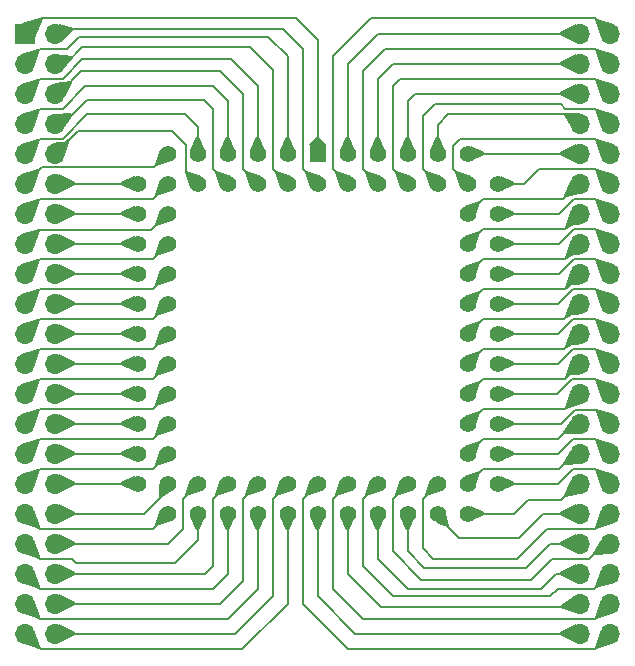
<source format=gbr>
%TF.GenerationSoftware,KiCad,Pcbnew,8.0.7*%
%TF.CreationDate,2025-02-20T00:55:41-06:00*%
%TF.ProjectId,PLCC-84-Socket-Adapter,504c4343-2d38-4342-9d53-6f636b65742d,v1.0*%
%TF.SameCoordinates,Original*%
%TF.FileFunction,Copper,L2,Bot*%
%TF.FilePolarity,Positive*%
%FSLAX46Y46*%
G04 Gerber Fmt 4.6, Leading zero omitted, Abs format (unit mm)*
G04 Created by KiCad (PCBNEW 8.0.7) date 2025-02-20 00:55:41*
%MOMM*%
%LPD*%
G01*
G04 APERTURE LIST*
%TA.AperFunction,ComponentPad*%
%ADD10R,1.422400X1.422400*%
%TD*%
%TA.AperFunction,ComponentPad*%
%ADD11C,1.422400*%
%TD*%
%TA.AperFunction,ComponentPad*%
%ADD12O,1.700000X1.700000*%
%TD*%
%TA.AperFunction,ComponentPad*%
%ADD13R,1.700000X1.700000*%
%TD*%
%TA.AperFunction,Conductor*%
%ADD14C,0.200000*%
%TD*%
G04 APERTURE END LIST*
D10*
%TO.P,U1,1,INPUT/GCLR*%
%TO.N,/Pin1*%
X160020000Y-78740000D03*
D11*
%TO.P,U1,2,INPUT/OE2/GCLK2*%
%TO.N,/Pin2*%
X160020000Y-81280000D03*
%TO.P,U1,3,VCCINT*%
%TO.N,/Pin3*%
X157480000Y-78740000D03*
%TO.P,U1,4,I/O*%
%TO.N,/Pin4*%
X157480000Y-81280000D03*
%TO.P,U1,5,I/O*%
%TO.N,/Pin5*%
X154940000Y-78740000D03*
%TO.P,U1,6,I/O*%
%TO.N,/Pin6*%
X154940000Y-81280000D03*
%TO.P,U1,7,GND*%
%TO.N,/Pin7*%
X152400000Y-78740000D03*
%TO.P,U1,8,I/O*%
%TO.N,/Pin8*%
X152400000Y-81280000D03*
%TO.P,U1,9,I/O*%
%TO.N,/Pin9*%
X149860000Y-78740000D03*
%TO.P,U1,10,I/O*%
%TO.N,/Pin10*%
X149860000Y-81280000D03*
%TO.P,U1,11,I/O*%
%TO.N,/Pin11*%
X147320000Y-78740000D03*
%TO.P,U1,12,I/O/PD1*%
%TO.N,/Pin12*%
X144780000Y-81280000D03*
%TO.P,U1,13,VCCIO*%
%TO.N,/Pin13*%
X147320000Y-81280000D03*
%TO.P,U1,14,I/O/TDI*%
%TO.N,/Pin14*%
X144780000Y-83820000D03*
%TO.P,U1,15,I/O*%
%TO.N,/Pin15*%
X147320000Y-83820000D03*
%TO.P,U1,16,I/O*%
%TO.N,/Pin16*%
X144780000Y-86360000D03*
%TO.P,U1,17,I/O*%
%TO.N,/Pin17*%
X147320000Y-86360000D03*
%TO.P,U1,18,I/O*%
%TO.N,/Pin18*%
X144780000Y-88900000D03*
%TO.P,U1,19,GND*%
%TO.N,/Pin19*%
X147320000Y-88900000D03*
%TO.P,U1,20,I/O*%
%TO.N,/Pin20*%
X144780000Y-91440000D03*
%TO.P,U1,21,I/O*%
%TO.N,/Pin21*%
X147320000Y-91440000D03*
%TO.P,U1,22,I/O*%
%TO.N,/Pin22*%
X144780000Y-93980000D03*
%TO.P,U1,23,I/O/TMS*%
%TO.N,/Pin23*%
X147320000Y-93980000D03*
%TO.P,U1,24,I/O*%
%TO.N,/Pin24*%
X144780000Y-96520000D03*
%TO.P,U1,25,I/O*%
%TO.N,/Pin25*%
X147320000Y-96520000D03*
%TO.P,U1,26,VCCIO*%
%TO.N,/Pin26*%
X144780000Y-99060000D03*
%TO.P,U1,27,I/O*%
%TO.N,/Pin27*%
X147320000Y-99060000D03*
%TO.P,U1,28,I/O*%
%TO.N,/Pin28*%
X144780000Y-101600000D03*
%TO.P,U1,29,I/O*%
%TO.N,/Pin29*%
X147320000Y-101600000D03*
%TO.P,U1,30,I/O*%
%TO.N,/Pin30*%
X144780000Y-104140000D03*
%TO.P,U1,31,I/O*%
%TO.N,/Pin31*%
X147320000Y-104140000D03*
%TO.P,U1,32,GND*%
%TO.N,/Pin32*%
X144780000Y-106680000D03*
%TO.P,U1,33,I/O*%
%TO.N,/Pin33*%
X147320000Y-109220000D03*
%TO.P,U1,34,I/O*%
%TO.N,/Pin34*%
X147320000Y-106680000D03*
%TO.P,U1,35,I/O*%
%TO.N,/Pin35*%
X149860000Y-109220000D03*
%TO.P,U1,36,I/O*%
%TO.N,/Pin36*%
X149860000Y-106680000D03*
%TO.P,U1,37,I/O*%
%TO.N,/Pin37*%
X152400000Y-109220000D03*
%TO.P,U1,38,VCCIO*%
%TO.N,/Pin38*%
X152400000Y-106680000D03*
%TO.P,U1,39,I/O*%
%TO.N,/Pin39*%
X154940000Y-109220000D03*
%TO.P,U1,40,I/O*%
%TO.N,/Pin40*%
X154940000Y-106680000D03*
%TO.P,U1,41,I/O*%
%TO.N,/Pin41*%
X157480000Y-109220000D03*
%TO.P,U1,42,GND*%
%TO.N,/Pin42*%
X157480000Y-106680000D03*
%TO.P,U1,43,VCCINT*%
%TO.N,/Pin43*%
X160020000Y-109220000D03*
%TO.P,U1,44,I/O*%
%TO.N,/Pin44*%
X160020000Y-106680000D03*
%TO.P,U1,45,I/O/PD2*%
%TO.N,/Pin45*%
X162560000Y-109220000D03*
%TO.P,U1,46,I/O*%
%TO.N,/Pin46*%
X162560000Y-106680000D03*
%TO.P,U1,47,GND*%
%TO.N,/Pin47*%
X165100000Y-109220000D03*
%TO.P,U1,48,I/O*%
%TO.N,/Pin48*%
X165100000Y-106680000D03*
%TO.P,U1,49,I/O*%
%TO.N,/Pin49*%
X167640000Y-109220000D03*
%TO.P,U1,50,I/O*%
%TO.N,/Pin50*%
X167640000Y-106680000D03*
%TO.P,U1,51,I/O*%
%TO.N,/Pin51*%
X170180000Y-109220000D03*
%TO.P,U1,52,I/O*%
%TO.N,/Pin52*%
X170180000Y-106680000D03*
%TO.P,U1,53,VCCIO*%
%TO.N,/Pin53*%
X172720000Y-109220000D03*
%TO.P,U1,54,I/O*%
%TO.N,/Pin54*%
X175260000Y-106680000D03*
%TO.P,U1,55,I/O*%
%TO.N,/Pin55*%
X172720000Y-106680000D03*
%TO.P,U1,56,I/O*%
%TO.N,/Pin56*%
X175260000Y-104140000D03*
%TO.P,U1,57,I/O*%
%TO.N,/Pin57*%
X172720000Y-104140000D03*
%TO.P,U1,58,I/O*%
%TO.N,/Pin58*%
X175260000Y-101600000D03*
%TO.P,U1,59,GND*%
%TO.N,/Pin59*%
X172720000Y-101600000D03*
%TO.P,U1,60,I/O*%
%TO.N,/Pin60*%
X175260000Y-99060000D03*
%TO.P,U1,61,I/O*%
%TO.N,/Pin61*%
X172720000Y-99060000D03*
%TO.P,U1,62,I/O/TCK*%
%TO.N,/Pin62*%
X175260000Y-96520000D03*
%TO.P,U1,63,I/O*%
%TO.N,/Pin63*%
X172720000Y-96520000D03*
%TO.P,U1,64,I/O*%
%TO.N,/Pin64*%
X175260000Y-93980000D03*
%TO.P,U1,65,I/O*%
%TO.N,/Pin65*%
X172720000Y-93980000D03*
%TO.P,U1,66,VCCIO*%
%TO.N,/Pin66*%
X175260000Y-91440000D03*
%TO.P,U1,67,I/O*%
%TO.N,/Pin67*%
X172720000Y-91440000D03*
%TO.P,U1,68,I/O*%
%TO.N,/Pin68*%
X175260000Y-88900000D03*
%TO.P,U1,69,I/O*%
%TO.N,/Pin69*%
X172720000Y-88900000D03*
%TO.P,U1,70,I/O*%
%TO.N,/Pin70*%
X175260000Y-86360000D03*
%TO.P,U1,71,I/O/TDO*%
%TO.N,/Pin71*%
X172720000Y-86360000D03*
%TO.P,U1,72,GND*%
%TO.N,/Pin72*%
X175260000Y-83820000D03*
%TO.P,U1,73,I/O*%
%TO.N,/Pin73*%
X172720000Y-83820000D03*
%TO.P,U1,74,I/O*%
%TO.N,/Pin74*%
X175260000Y-81280000D03*
%TO.P,U1,75,I/O*%
%TO.N,/Pin75*%
X172720000Y-78740000D03*
%TO.P,U1,76,I/O*%
%TO.N,/Pin76*%
X172720000Y-81280000D03*
%TO.P,U1,77,I/O*%
%TO.N,/Pin77*%
X170180000Y-78740000D03*
%TO.P,U1,78,VCCIO*%
%TO.N,/Pin78*%
X170180000Y-81280000D03*
%TO.P,U1,79,I/O*%
%TO.N,/Pin79*%
X167640000Y-78740000D03*
%TO.P,U1,80,I/O*%
%TO.N,/Pin80*%
X167640000Y-81280000D03*
%TO.P,U1,81,I/O/GCLK3*%
%TO.N,/Pin81*%
X165100000Y-78740000D03*
%TO.P,U1,82,GND*%
%TO.N,/Pin82*%
X165100000Y-81280000D03*
%TO.P,U1,83,INPUT/GCLK1*%
%TO.N,/Pin83*%
X162560000Y-78740000D03*
%TO.P,U1,84,INPUT/OE1*%
%TO.N,/Pin84*%
X162560000Y-81280000D03*
%TD*%
D12*
%TO.P,J1,1,Pin_1*%
%TO.N,/Pin2*%
X137795000Y-68580000D03*
D13*
%TO.P,J1,2,Pin_2*%
%TO.N,/Pin1*%
X135255000Y-68580000D03*
D12*
%TO.P,J1,3,Pin_3*%
%TO.N,/Pin4*%
X137795000Y-71120000D03*
%TO.P,J1,4,Pin_4*%
%TO.N,/Pin3*%
X135255000Y-71120000D03*
%TO.P,J1,5,Pin_5*%
%TO.N,/Pin6*%
X137795000Y-73660000D03*
%TO.P,J1,6,Pin_6*%
%TO.N,/Pin5*%
X135255000Y-73660000D03*
%TO.P,J1,7,Pin_7*%
%TO.N,/Pin8*%
X137795000Y-76200000D03*
%TO.P,J1,8,Pin_8*%
%TO.N,/Pin7*%
X135255000Y-76200000D03*
%TO.P,J1,9,Pin_9*%
%TO.N,/Pin10*%
X137795000Y-78740000D03*
%TO.P,J1,10,Pin_10*%
%TO.N,/Pin9*%
X135255000Y-78740000D03*
%TO.P,J1,11,Pin_11*%
%TO.N,/Pin12*%
X137795000Y-81280000D03*
%TO.P,J1,12,Pin_12*%
%TO.N,/Pin11*%
X135255000Y-81280000D03*
%TO.P,J1,13,Pin_13*%
%TO.N,/Pin14*%
X137795000Y-83820000D03*
%TO.P,J1,14,Pin_14*%
%TO.N,/Pin13*%
X135255000Y-83820000D03*
%TO.P,J1,15,Pin_15*%
%TO.N,/Pin16*%
X137795000Y-86360000D03*
%TO.P,J1,16,Pin_16*%
%TO.N,/Pin15*%
X135255000Y-86360000D03*
%TO.P,J1,17,Pin_17*%
%TO.N,/Pin18*%
X137795000Y-88900000D03*
%TO.P,J1,18,Pin_18*%
%TO.N,/Pin17*%
X135255000Y-88900000D03*
%TO.P,J1,19,Pin_19*%
%TO.N,/Pin20*%
X137795000Y-91440000D03*
%TO.P,J1,20,Pin_20*%
%TO.N,/Pin19*%
X135255000Y-91440000D03*
%TO.P,J1,21,Pin_21*%
%TO.N,/Pin22*%
X137795000Y-93980000D03*
%TO.P,J1,22,Pin_22*%
%TO.N,/Pin21*%
X135255000Y-93980000D03*
%TO.P,J1,23,Pin_23*%
%TO.N,/Pin24*%
X137795000Y-96520000D03*
%TO.P,J1,24,Pin_24*%
%TO.N,/Pin23*%
X135255000Y-96520000D03*
%TO.P,J1,25,Pin_25*%
%TO.N,/Pin26*%
X137795000Y-99060000D03*
%TO.P,J1,26,Pin_26*%
%TO.N,/Pin25*%
X135255000Y-99060000D03*
%TO.P,J1,27,Pin_27*%
%TO.N,/Pin28*%
X137795000Y-101600000D03*
%TO.P,J1,28,Pin_28*%
%TO.N,/Pin27*%
X135255000Y-101600000D03*
%TO.P,J1,29,Pin_29*%
%TO.N,/Pin30*%
X137795000Y-104140000D03*
%TO.P,J1,30,Pin_30*%
%TO.N,/Pin29*%
X135255000Y-104140000D03*
%TO.P,J1,31,Pin_31*%
%TO.N,/Pin32*%
X137795000Y-106680000D03*
%TO.P,J1,32,Pin_32*%
%TO.N,/Pin31*%
X135255000Y-106680000D03*
%TO.P,J1,33,Pin_33*%
%TO.N,/Pin34*%
X137795000Y-109220000D03*
%TO.P,J1,34,Pin_34*%
%TO.N,/Pin33*%
X135255000Y-109220000D03*
%TO.P,J1,35,Pin_35*%
%TO.N,/Pin36*%
X137795000Y-111760000D03*
%TO.P,J1,36,Pin_36*%
%TO.N,/Pin35*%
X135255000Y-111760000D03*
%TO.P,J1,37,Pin_37*%
%TO.N,/Pin38*%
X137795000Y-114300000D03*
%TO.P,J1,38,Pin_38*%
%TO.N,/Pin37*%
X135255000Y-114300000D03*
%TO.P,J1,39,Pin_39*%
%TO.N,/Pin40*%
X137795000Y-116840000D03*
%TO.P,J1,40,Pin_40*%
%TO.N,/Pin39*%
X135255000Y-116840000D03*
%TO.P,J1,41,Pin_41*%
%TO.N,/Pin42*%
X137795000Y-119380000D03*
%TO.P,J1,42,Pin_42*%
%TO.N,/Pin41*%
X135255000Y-119380000D03*
%TD*%
%TO.P,J2,1,Pin_1*%
%TO.N,/Pin84*%
X184785000Y-68580000D03*
%TO.P,J2,2,Pin_2*%
%TO.N,/Pin83*%
X182245000Y-68580000D03*
%TO.P,J2,3,Pin_3*%
%TO.N,/Pin82*%
X184785000Y-71120000D03*
%TO.P,J2,4,Pin_4*%
%TO.N,/Pin81*%
X182245000Y-71120000D03*
%TO.P,J2,5,Pin_5*%
%TO.N,/Pin80*%
X184785000Y-73660000D03*
%TO.P,J2,6,Pin_6*%
%TO.N,/Pin79*%
X182245000Y-73660000D03*
%TO.P,J2,7,Pin_7*%
%TO.N,/Pin78*%
X184785000Y-76200000D03*
%TO.P,J2,8,Pin_8*%
%TO.N,/Pin77*%
X182245000Y-76200000D03*
%TO.P,J2,9,Pin_9*%
%TO.N,/Pin76*%
X184785000Y-78740000D03*
%TO.P,J2,10,Pin_10*%
%TO.N,/Pin75*%
X182245000Y-78740000D03*
%TO.P,J2,11,Pin_11*%
%TO.N,/Pin74*%
X184785000Y-81280000D03*
%TO.P,J2,12,Pin_12*%
%TO.N,/Pin73*%
X182245000Y-81280000D03*
%TO.P,J2,13,Pin_13*%
%TO.N,/Pin72*%
X184785000Y-83820000D03*
%TO.P,J2,14,Pin_14*%
%TO.N,/Pin71*%
X182245000Y-83820000D03*
%TO.P,J2,15,Pin_15*%
%TO.N,/Pin70*%
X184785000Y-86360000D03*
%TO.P,J2,16,Pin_16*%
%TO.N,/Pin69*%
X182245000Y-86360000D03*
%TO.P,J2,17,Pin_17*%
%TO.N,/Pin68*%
X184785000Y-88900000D03*
%TO.P,J2,18,Pin_18*%
%TO.N,/Pin67*%
X182245000Y-88900000D03*
%TO.P,J2,19,Pin_19*%
%TO.N,/Pin66*%
X184785000Y-91440000D03*
%TO.P,J2,20,Pin_20*%
%TO.N,/Pin65*%
X182245000Y-91440000D03*
%TO.P,J2,21,Pin_21*%
%TO.N,/Pin64*%
X184785000Y-93980000D03*
%TO.P,J2,22,Pin_22*%
%TO.N,/Pin63*%
X182245000Y-93980000D03*
%TO.P,J2,23,Pin_23*%
%TO.N,/Pin62*%
X184785000Y-96520000D03*
%TO.P,J2,24,Pin_24*%
%TO.N,/Pin61*%
X182245000Y-96520000D03*
%TO.P,J2,25,Pin_25*%
%TO.N,/Pin60*%
X184785000Y-99060000D03*
%TO.P,J2,26,Pin_26*%
%TO.N,/Pin59*%
X182245000Y-99060000D03*
%TO.P,J2,27,Pin_27*%
%TO.N,/Pin58*%
X184785000Y-101600000D03*
%TO.P,J2,28,Pin_28*%
%TO.N,/Pin57*%
X182245000Y-101600000D03*
%TO.P,J2,29,Pin_29*%
%TO.N,/Pin56*%
X184785000Y-104140000D03*
%TO.P,J2,30,Pin_30*%
%TO.N,/Pin55*%
X182245000Y-104140000D03*
%TO.P,J2,31,Pin_31*%
%TO.N,/Pin54*%
X184785000Y-106680000D03*
%TO.P,J2,32,Pin_32*%
%TO.N,/Pin53*%
X182245000Y-106680000D03*
%TO.P,J2,33,Pin_33*%
%TO.N,/Pin52*%
X184785000Y-109220000D03*
%TO.P,J2,34,Pin_34*%
%TO.N,/Pin51*%
X182245000Y-109220000D03*
%TO.P,J2,35,Pin_35*%
%TO.N,/Pin50*%
X184785000Y-111760000D03*
%TO.P,J2,36,Pin_36*%
%TO.N,/Pin49*%
X182245000Y-111760000D03*
%TO.P,J2,37,Pin_37*%
%TO.N,/Pin48*%
X184785000Y-114300000D03*
%TO.P,J2,38,Pin_38*%
%TO.N,/Pin47*%
X182245000Y-114300000D03*
%TO.P,J2,39,Pin_39*%
%TO.N,/Pin46*%
X184785000Y-116840000D03*
%TO.P,J2,40,Pin_40*%
%TO.N,/Pin45*%
X182245000Y-116840000D03*
%TO.P,J2,41,Pin_41*%
%TO.N,/Pin44*%
X184785000Y-119380000D03*
%TO.P,J2,42,Pin_42*%
%TO.N,/Pin43*%
X182245000Y-119380000D03*
%TD*%
D14*
%TO.N,/Pin20*%
X137795000Y-91440000D02*
X144780000Y-91440000D01*
%TO.N,/Pin23*%
X146050000Y-95250000D02*
X147320000Y-93980000D01*
X136525000Y-95250000D02*
X146050000Y-95250000D01*
X135255000Y-96520000D02*
X136525000Y-95250000D01*
%TO.N,/Pin11*%
X136645000Y-79890000D02*
X146170000Y-79890000D01*
X146170000Y-79890000D02*
X147320000Y-78740000D01*
X135255000Y-81280000D02*
X136645000Y-79890000D01*
%TO.N,/Pin15*%
X136405000Y-85210000D02*
X145930000Y-85210000D01*
X135255000Y-86360000D02*
X136405000Y-85210000D01*
X145930000Y-85210000D02*
X147320000Y-83820000D01*
%TO.N,/Pin26*%
X137795000Y-99060000D02*
X144780000Y-99060000D01*
%TO.N,/Pin31*%
X146050000Y-105410000D02*
X147320000Y-104140000D01*
X135255000Y-106680000D02*
X136525000Y-105410000D01*
X136525000Y-105410000D02*
X146050000Y-105410000D01*
%TO.N,/Pin35*%
X147914000Y-113411000D02*
X149860000Y-111465000D01*
X149860000Y-111465000D02*
X149860000Y-109220000D01*
X136525000Y-113030000D02*
X139192000Y-113030000D01*
X135255000Y-111760000D02*
X136525000Y-113030000D01*
X139192000Y-113030000D02*
X139573000Y-113411000D01*
X139573000Y-113411000D02*
X147914000Y-113411000D01*
%TO.N,/Pin16*%
X137795000Y-86360000D02*
X144780000Y-86360000D01*
%TO.N,/Pin21*%
X136525000Y-92710000D02*
X146050000Y-92710000D01*
X146050000Y-92710000D02*
X147320000Y-91440000D01*
X135255000Y-93980000D02*
X136525000Y-92710000D01*
%TO.N,/Pin4*%
X156210000Y-71628000D02*
X156210000Y-80010000D01*
X138684000Y-71120000D02*
X140081000Y-69723000D01*
X137795000Y-71120000D02*
X138684000Y-71120000D01*
X156210000Y-80010000D02*
X157480000Y-81280000D01*
X140081000Y-69723000D02*
X154305000Y-69723000D01*
X154305000Y-69723000D02*
X156210000Y-71628000D01*
%TO.N,/Pin3*%
X155829000Y-68834000D02*
X157480000Y-70485000D01*
X157480000Y-70485000D02*
X157480000Y-78740000D01*
X135255000Y-71120000D02*
X136525000Y-69850000D01*
X138825000Y-69850000D02*
X139841000Y-68834000D01*
X139841000Y-68834000D02*
X155829000Y-68834000D01*
X136525000Y-69850000D02*
X138825000Y-69850000D01*
%TO.N,/Pin25*%
X146050000Y-97790000D02*
X147320000Y-96520000D01*
X136525000Y-97790000D02*
X146050000Y-97790000D01*
X135255000Y-99060000D02*
X136525000Y-97790000D01*
%TO.N,/Pin9*%
X149860000Y-76495000D02*
X148760000Y-75395000D01*
X136525000Y-77470000D02*
X135255000Y-78740000D01*
X140505000Y-75395000D02*
X138430000Y-77470000D01*
X138430000Y-77470000D02*
X136525000Y-77470000D01*
X149860000Y-76495000D02*
X149860000Y-78740000D01*
X148760000Y-75395000D02*
X140505000Y-75395000D01*
%TO.N,/Pin28*%
X137795000Y-101600000D02*
X144780000Y-101600000D01*
%TO.N,/Pin33*%
X146050000Y-110490000D02*
X147320000Y-109220000D01*
X136525000Y-110490000D02*
X135255000Y-109220000D01*
X145669000Y-110490000D02*
X146050000Y-110490000D01*
X145669000Y-110490000D02*
X136525000Y-110490000D01*
%TO.N,/Pin18*%
X137795000Y-88900000D02*
X144780000Y-88900000D01*
%TO.N,/Pin6*%
X137795000Y-73660000D02*
X138112500Y-73660000D01*
X151765000Y-71755000D02*
X153670000Y-73660000D01*
X153670000Y-80010000D02*
X154940000Y-81280000D01*
X140017500Y-71755000D02*
X151765000Y-71755000D01*
X153670000Y-73660000D02*
X153670000Y-80010000D01*
X138112500Y-73660000D02*
X140017500Y-71755000D01*
%TO.N,/Pin19*%
X136525000Y-90170000D02*
X146050000Y-90170000D01*
X135255000Y-91440000D02*
X136525000Y-90170000D01*
X146050000Y-90170000D02*
X147320000Y-88900000D01*
%TO.N,/Pin32*%
X137795000Y-106680000D02*
X144780000Y-106680000D01*
%TO.N,/Pin13*%
X146050000Y-82550000D02*
X147320000Y-81280000D01*
X135255000Y-83820000D02*
X136525000Y-82550000D01*
X136525000Y-82550000D02*
X146050000Y-82550000D01*
%TO.N,/Pin36*%
X148590000Y-107950000D02*
X149860000Y-106680000D01*
X147320000Y-111760000D02*
X148590000Y-110490000D01*
X148590000Y-110490000D02*
X148590000Y-107950000D01*
X137795000Y-111760000D02*
X147320000Y-111760000D01*
%TO.N,/Pin30*%
X137795000Y-104140000D02*
X144780000Y-104140000D01*
%TO.N,/Pin39*%
X136525000Y-118110000D02*
X152400000Y-118110000D01*
X152400000Y-118110000D02*
X154940000Y-115570000D01*
X135255000Y-116840000D02*
X136525000Y-118110000D01*
X154940000Y-115570000D02*
X154940000Y-109220000D01*
%TO.N,/Pin12*%
X137795000Y-81280000D02*
X144780000Y-81280000D01*
%TO.N,/Pin29*%
X136525000Y-102870000D02*
X146050000Y-102870000D01*
X135255000Y-104140000D02*
X136525000Y-102870000D01*
X146050000Y-102870000D02*
X147320000Y-101600000D01*
%TO.N,/Pin22*%
X137795000Y-93980000D02*
X144780000Y-93980000D01*
%TO.N,/Pin40*%
X151765000Y-116840000D02*
X153670000Y-114935000D01*
X153670000Y-107950000D02*
X154940000Y-106680000D01*
X153670000Y-114935000D02*
X153670000Y-107950000D01*
X137795000Y-116840000D02*
X151765000Y-116840000D01*
%TO.N,/Pin27*%
X135255000Y-101600000D02*
X136525000Y-100330000D01*
X136525000Y-100330000D02*
X146050000Y-100330000D01*
X146050000Y-100330000D02*
X147320000Y-99060000D01*
%TO.N,/Pin42*%
X153035000Y-119380000D02*
X156210000Y-116205000D01*
X156210000Y-116205000D02*
X156210000Y-107950000D01*
X156210000Y-107950000D02*
X157480000Y-106680000D01*
X137795000Y-119380000D02*
X153035000Y-119380000D01*
%TO.N,/Pin5*%
X135255000Y-73660000D02*
X136525000Y-72390000D01*
X152654000Y-70739000D02*
X154940000Y-73025000D01*
X136525000Y-72390000D02*
X138430000Y-72390000D01*
X154940000Y-73025000D02*
X154940000Y-78740000D01*
X138430000Y-72390000D02*
X140081000Y-70739000D01*
X140081000Y-70739000D02*
X152654000Y-70739000D01*
%TO.N,/Pin24*%
X137795000Y-96520000D02*
X144780000Y-96520000D01*
%TO.N,/Pin8*%
X150368000Y-74168000D02*
X151130000Y-74930000D01*
X151130000Y-74930000D02*
X151130000Y-80010000D01*
X138430000Y-76200000D02*
X140462000Y-74168000D01*
X137795000Y-76200000D02*
X138430000Y-76200000D01*
X140462000Y-74168000D02*
X150368000Y-74168000D01*
X151130000Y-80010000D02*
X152400000Y-81280000D01*
%TO.N,/Pin34*%
X147320000Y-107188000D02*
X147320000Y-106680000D01*
X145288000Y-109220000D02*
X147320000Y-107188000D01*
X137795000Y-109220000D02*
X145288000Y-109220000D01*
%TO.N,/Pin14*%
X137795000Y-83820000D02*
X144780000Y-83820000D01*
%TO.N,/Pin41*%
X157480000Y-116840000D02*
X157480000Y-109220000D01*
X135255000Y-119380000D02*
X136560000Y-120685000D01*
X136560000Y-120685000D02*
X153635000Y-120685000D01*
X153635000Y-120685000D02*
X157480000Y-116840000D01*
%TO.N,/Pin1*%
X136560000Y-67275000D02*
X158207000Y-67275000D01*
X158207000Y-67275000D02*
X160020000Y-69088000D01*
X160020000Y-69088000D02*
X160020000Y-78740000D01*
X135255000Y-68580000D02*
X136560000Y-67275000D01*
%TO.N,/Pin17*%
X136525000Y-87630000D02*
X146050000Y-87630000D01*
X146050000Y-87630000D02*
X147320000Y-86360000D01*
X135255000Y-88900000D02*
X136525000Y-87630000D01*
%TO.N,/Pin37*%
X151130000Y-115570000D02*
X152400000Y-114300000D01*
X135255000Y-114300000D02*
X136525000Y-115570000D01*
X152400000Y-114300000D02*
X152400000Y-109220000D01*
X136525000Y-115570000D02*
X151130000Y-115570000D01*
%TO.N,/Pin2*%
X158750000Y-69850000D02*
X158750000Y-80010000D01*
X138176000Y-68199000D02*
X157099000Y-68199000D01*
X158750000Y-80010000D02*
X160020000Y-81280000D01*
X137795000Y-68580000D02*
X138176000Y-68199000D01*
X157099000Y-68199000D02*
X158750000Y-69850000D01*
%TO.N,/Pin7*%
X136525000Y-74930000D02*
X138430000Y-74930000D01*
X135255000Y-76200000D02*
X136525000Y-74930000D01*
X152400000Y-74295000D02*
X152400000Y-78740000D01*
X151130000Y-73025000D02*
X152400000Y-74295000D01*
X138430000Y-74930000D02*
X140335000Y-73025000D01*
X140335000Y-73025000D02*
X151130000Y-73025000D01*
%TO.N,/Pin38*%
X151130000Y-113665000D02*
X151130000Y-107950000D01*
X151130000Y-107950000D02*
X152400000Y-106680000D01*
X150495000Y-114300000D02*
X151130000Y-113665000D01*
X137795000Y-114300000D02*
X150495000Y-114300000D01*
%TO.N,/Pin10*%
X147701000Y-76835000D02*
X148848800Y-77982800D01*
X139700000Y-76835000D02*
X147701000Y-76835000D01*
X137795000Y-78740000D02*
X139700000Y-76835000D01*
X148848800Y-80268800D02*
X149860000Y-81280000D01*
X148848800Y-77982800D02*
X148848800Y-80268800D01*
%TO.N,/Pin45*%
X181991000Y-117094000D02*
X165354000Y-117094000D01*
X182245000Y-116840000D02*
X181991000Y-117094000D01*
X165354000Y-117094000D02*
X162560000Y-114300000D01*
X162560000Y-114300000D02*
X162560000Y-109220000D01*
%TO.N,/Pin50*%
X168783000Y-114808000D02*
X166370000Y-112395000D01*
X184277000Y-111760000D02*
X183007000Y-113030000D01*
X184785000Y-111760000D02*
X184277000Y-111760000D01*
X166370000Y-107950000D02*
X167640000Y-106680000D01*
X178054000Y-114808000D02*
X168783000Y-114808000D01*
X166370000Y-112395000D02*
X166370000Y-107950000D01*
X179832000Y-113030000D02*
X178054000Y-114808000D01*
X183007000Y-113030000D02*
X179832000Y-113030000D01*
%TO.N,/Pin61*%
X182245000Y-96520000D02*
X180975000Y-97790000D01*
X173990000Y-97790000D02*
X172720000Y-99060000D01*
X180975000Y-97790000D02*
X173990000Y-97790000D01*
%TO.N,/Pin48*%
X166370000Y-116205000D02*
X163830000Y-113665000D01*
X179705000Y-116205000D02*
X166370000Y-116205000D01*
X163830000Y-107950000D02*
X165100000Y-106680000D01*
X184658000Y-114300000D02*
X183388000Y-115570000D01*
X184785000Y-114300000D02*
X184658000Y-114300000D01*
X163830000Y-113665000D02*
X163830000Y-107950000D01*
X180340000Y-115570000D02*
X179705000Y-116205000D01*
X183388000Y-115570000D02*
X180340000Y-115570000D01*
%TO.N,/Pin64*%
X181610000Y-92710000D02*
X180340000Y-93980000D01*
X183515000Y-92710000D02*
X181610000Y-92710000D01*
X180340000Y-93980000D02*
X175260000Y-93980000D01*
X184785000Y-93980000D02*
X183515000Y-92710000D01*
%TO.N,/Pin46*%
X163830000Y-118110000D02*
X161290000Y-115570000D01*
X161290000Y-115570000D02*
X161290000Y-107950000D01*
X161290000Y-107950000D02*
X162560000Y-106680000D01*
X183515000Y-118110000D02*
X163830000Y-118110000D01*
X184785000Y-116840000D02*
X183515000Y-118110000D01*
%TO.N,/Pin52*%
X176911000Y-113030000D02*
X169770686Y-113030000D01*
X183515000Y-110490000D02*
X179451000Y-110490000D01*
X168910000Y-112169314D02*
X168910000Y-107950000D01*
X169770686Y-113030000D02*
X168910000Y-112169314D01*
X168910000Y-107950000D02*
X170180000Y-106680000D01*
X184785000Y-109220000D02*
X183515000Y-110490000D01*
X179451000Y-110490000D02*
X176911000Y-113030000D01*
%TO.N,/Pin59*%
X173990000Y-100330000D02*
X172720000Y-101600000D01*
X182245000Y-99060000D02*
X180975000Y-100330000D01*
X180975000Y-100330000D02*
X173990000Y-100330000D01*
%TO.N,/Pin74*%
X178775000Y-80010000D02*
X177505000Y-81280000D01*
X177505000Y-81280000D02*
X175260000Y-81280000D01*
X183515000Y-80010000D02*
X178775000Y-80010000D01*
X184785000Y-81280000D02*
X183515000Y-80010000D01*
%TO.N,/Pin69*%
X173990000Y-87630000D02*
X172720000Y-88900000D01*
X182245000Y-86360000D02*
X180975000Y-87630000D01*
X180975000Y-87630000D02*
X173990000Y-87630000D01*
%TO.N,/Pin51*%
X182245000Y-109220000D02*
X179070000Y-109220000D01*
X179070000Y-109220000D02*
X177038000Y-111252000D01*
X177038000Y-111252000D02*
X171958000Y-111252000D01*
X171958000Y-111252000D02*
X170180000Y-109474000D01*
X170180000Y-109474000D02*
X170180000Y-109220000D01*
%TO.N,/Pin62*%
X184785000Y-96520000D02*
X183515000Y-95250000D01*
X183515000Y-95250000D02*
X181610000Y-95250000D01*
X180340000Y-96520000D02*
X175260000Y-96520000D01*
X181610000Y-95250000D02*
X180340000Y-96520000D01*
%TO.N,/Pin60*%
X180270686Y-99060000D02*
X175260000Y-99060000D01*
X181540686Y-97790000D02*
X180270686Y-99060000D01*
X184785000Y-99060000D02*
X183515000Y-97790000D01*
X183515000Y-97790000D02*
X181540686Y-97790000D01*
%TO.N,/Pin44*%
X183480000Y-120685000D02*
X162595000Y-120685000D01*
X158750000Y-116840000D02*
X158750000Y-107950000D01*
X184785000Y-119380000D02*
X183480000Y-120685000D01*
X162595000Y-120685000D02*
X158750000Y-116840000D01*
X158750000Y-107950000D02*
X160020000Y-106680000D01*
%TO.N,/Pin70*%
X180467000Y-86360000D02*
X175260000Y-86360000D01*
X184785000Y-86360000D02*
X183515000Y-85090000D01*
X181737000Y-85090000D02*
X180467000Y-86360000D01*
X183515000Y-85090000D02*
X181737000Y-85090000D01*
%TO.N,/Pin53*%
X172720000Y-109220000D02*
X176657000Y-109220000D01*
X180594000Y-108077000D02*
X181991000Y-106680000D01*
X177800000Y-108077000D02*
X180594000Y-108077000D01*
X176657000Y-109220000D02*
X177800000Y-108077000D01*
X181991000Y-106680000D02*
X182245000Y-106680000D01*
%TO.N,/Pin71*%
X180975000Y-85090000D02*
X173990000Y-85090000D01*
X173990000Y-85090000D02*
X172720000Y-86360000D01*
X182245000Y-83820000D02*
X180975000Y-85090000D01*
%TO.N,/Pin66*%
X181622327Y-90170000D02*
X180352327Y-91440000D01*
X184785000Y-91440000D02*
X183515000Y-90170000D01*
X180352327Y-91440000D02*
X175260000Y-91440000D01*
X183515000Y-90170000D02*
X181622327Y-90170000D01*
%TO.N,/Pin65*%
X182181500Y-91440000D02*
X180911500Y-92710000D01*
X180911500Y-92710000D02*
X173990000Y-92710000D01*
X173990000Y-92710000D02*
X172720000Y-93980000D01*
X182245000Y-91440000D02*
X182181500Y-91440000D01*
%TO.N,/Pin72*%
X181737000Y-82550000D02*
X180467000Y-83820000D01*
X183515000Y-82550000D02*
X181737000Y-82550000D01*
X184785000Y-83820000D02*
X183515000Y-82550000D01*
X180467000Y-83820000D02*
X175260000Y-83820000D01*
%TO.N,/Pin47*%
X178943000Y-115570000D02*
X167640000Y-115570000D01*
X182245000Y-114300000D02*
X180213000Y-114300000D01*
X165100000Y-113030000D02*
X165100000Y-109220000D01*
X180213000Y-114300000D02*
X178943000Y-115570000D01*
X167640000Y-115570000D02*
X165100000Y-113030000D01*
%TO.N,/Pin79*%
X182245000Y-73660000D02*
X168275000Y-73660000D01*
X167640000Y-74295000D02*
X167640000Y-78740000D01*
X168275000Y-73660000D02*
X167640000Y-74295000D01*
%TO.N,/Pin82*%
X163830000Y-80010000D02*
X165100000Y-81280000D01*
X184785000Y-71120000D02*
X183515000Y-69850000D01*
X165735000Y-69850000D02*
X163830000Y-71755000D01*
X163830000Y-71755000D02*
X163830000Y-80010000D01*
X183515000Y-69850000D02*
X165735000Y-69850000D01*
%TO.N,/Pin58*%
X180618654Y-101600000D02*
X175260000Y-101600000D01*
X184785000Y-101600000D02*
X183635000Y-100450000D01*
X181768654Y-100450000D02*
X180618654Y-101600000D01*
X183635000Y-100450000D02*
X181768654Y-100450000D01*
%TO.N,/Pin43*%
X182245000Y-119380000D02*
X163195000Y-119380000D01*
X160020000Y-116205000D02*
X160020000Y-109220000D01*
X163195000Y-119380000D02*
X160020000Y-116205000D01*
%TO.N,/Pin67*%
X180975000Y-90170000D02*
X173990000Y-90170000D01*
X173990000Y-90170000D02*
X172720000Y-91440000D01*
X182245000Y-88900000D02*
X180975000Y-90170000D01*
%TO.N,/Pin57*%
X182245000Y-101600000D02*
X181673500Y-101600000D01*
X180403500Y-102870000D02*
X173990000Y-102870000D01*
X173990000Y-102870000D02*
X172720000Y-104140000D01*
X181673500Y-101600000D02*
X180403500Y-102870000D01*
%TO.N,/Pin83*%
X165100000Y-68580000D02*
X162560000Y-71120000D01*
X162560000Y-71120000D02*
X162560000Y-78740000D01*
X182245000Y-68580000D02*
X165100000Y-68580000D01*
%TO.N,/Pin81*%
X182245000Y-71120000D02*
X166370000Y-71120000D01*
X166370000Y-71120000D02*
X165100000Y-72390000D01*
X165100000Y-72390000D02*
X165100000Y-78740000D01*
%TO.N,/Pin73*%
X173990000Y-82550000D02*
X172720000Y-83820000D01*
X180784500Y-82550000D02*
X173990000Y-82550000D01*
X182054500Y-81280000D02*
X180784500Y-82550000D01*
X182245000Y-81280000D02*
X182054500Y-81280000D01*
%TO.N,/Pin68*%
X181737000Y-87630000D02*
X180467000Y-88900000D01*
X183515000Y-87630000D02*
X181737000Y-87630000D01*
X180467000Y-88900000D02*
X175260000Y-88900000D01*
X184785000Y-88900000D02*
X183515000Y-87630000D01*
%TO.N,/Pin84*%
X183480000Y-67275000D02*
X164500000Y-67275000D01*
X164500000Y-67275000D02*
X161290000Y-70485000D01*
X184785000Y-68580000D02*
X183480000Y-67275000D01*
X161290000Y-80010000D02*
X162560000Y-81280000D01*
X161290000Y-70485000D02*
X161290000Y-80010000D01*
%TO.N,/Pin55*%
X182245000Y-104140000D02*
X181737000Y-104140000D01*
X180467000Y-105410000D02*
X173990000Y-105410000D01*
X181737000Y-104140000D02*
X180467000Y-105410000D01*
X173990000Y-105410000D02*
X172720000Y-106680000D01*
%TO.N,/Pin80*%
X167005000Y-72390000D02*
X166370000Y-73025000D01*
X184785000Y-73660000D02*
X183515000Y-72390000D01*
X166370000Y-73025000D02*
X166370000Y-80010000D01*
X183515000Y-72390000D02*
X167005000Y-72390000D01*
X166370000Y-80010000D02*
X167640000Y-81280000D01*
%TO.N,/Pin76*%
X184785000Y-78740000D02*
X183515000Y-77470000D01*
X171450000Y-80010000D02*
X172720000Y-81280000D01*
X171450000Y-78105000D02*
X171450000Y-80010000D01*
X172085000Y-77470000D02*
X171450000Y-78105000D01*
X183515000Y-77470000D02*
X172085000Y-77470000D01*
%TO.N,/Pin54*%
X184785000Y-106680000D02*
X183515000Y-105410000D01*
X180340000Y-106680000D02*
X175260000Y-106680000D01*
X183515000Y-105410000D02*
X181610000Y-105410000D01*
X181610000Y-105410000D02*
X180340000Y-106680000D01*
%TO.N,/Pin63*%
X173990000Y-95250000D02*
X172720000Y-96520000D01*
X182181500Y-93980000D02*
X180911500Y-95250000D01*
X180911500Y-95250000D02*
X173990000Y-95250000D01*
X182245000Y-93980000D02*
X182181500Y-93980000D01*
%TO.N,/Pin78*%
X169926000Y-74549000D02*
X168910000Y-75565000D01*
X180606327Y-74549000D02*
X169926000Y-74549000D01*
X183515000Y-74930000D02*
X180987327Y-74930000D01*
X180987327Y-74930000D02*
X180606327Y-74549000D01*
X184785000Y-76200000D02*
X183515000Y-74930000D01*
X168910000Y-75565000D02*
X168910000Y-80010000D01*
X168910000Y-80010000D02*
X170180000Y-81280000D01*
%TO.N,/Pin56*%
X184785000Y-104140000D02*
X183515000Y-102870000D01*
X180340000Y-104140000D02*
X175260000Y-104140000D01*
X181610000Y-102870000D02*
X180340000Y-104140000D01*
X183515000Y-102870000D02*
X181610000Y-102870000D01*
%TO.N,/Pin49*%
X182245000Y-111760000D02*
X179705000Y-111760000D01*
X179705000Y-111760000D02*
X177673000Y-113792000D01*
X167640000Y-112395000D02*
X167640000Y-109220000D01*
X177673000Y-113792000D02*
X169037000Y-113792000D01*
X169037000Y-113792000D02*
X167640000Y-112395000D01*
%TO.N,/Pin77*%
X181440000Y-75395000D02*
X171079998Y-75395000D01*
X182245000Y-76200000D02*
X181440000Y-75395000D01*
X170180000Y-76294998D02*
X170180000Y-78740000D01*
X171079998Y-75395000D02*
X170180000Y-76294998D01*
%TO.N,/Pin75*%
X182245000Y-78740000D02*
X172720000Y-78740000D01*
%TD*%
%TA.AperFunction,Conductor*%
%TO.N,/Pin20*%
G36*
X138130766Y-90659959D02*
G01*
X138131492Y-90660291D01*
X139488521Y-91336770D01*
X139494395Y-91343527D01*
X139495000Y-91347240D01*
X139495000Y-91532759D01*
X139491573Y-91541032D01*
X139488520Y-91543230D01*
X138131497Y-92219706D01*
X138122564Y-92220330D01*
X138115806Y-92214455D01*
X138115472Y-92213724D01*
X137795865Y-91444489D01*
X137795856Y-91435534D01*
X137795865Y-91435511D01*
X138115472Y-90666274D01*
X138121811Y-90659950D01*
X138130766Y-90659959D01*
G37*
%TD.AperFunction*%
%TD*%
%TA.AperFunction,Conductor*%
%TO.N,/Pin20*%
G36*
X144512317Y-90793766D02*
G01*
X144512591Y-90794375D01*
X144779132Y-91435509D01*
X144779143Y-91444463D01*
X144779132Y-91444491D01*
X144512591Y-92085624D01*
X144506250Y-92091948D01*
X144497296Y-92091937D01*
X144496687Y-92091663D01*
X143364200Y-91543196D01*
X143358248Y-91536506D01*
X143357600Y-91532666D01*
X143357600Y-91347333D01*
X143361027Y-91339060D01*
X143364197Y-91336804D01*
X144496688Y-90788335D01*
X144505627Y-90787814D01*
X144512317Y-90793766D01*
G37*
%TD.AperFunction*%
%TD*%
%TA.AperFunction,Conductor*%
%TO.N,/Pin23*%
G36*
X146674386Y-93712561D02*
G01*
X147316210Y-93977437D01*
X147322551Y-93983761D01*
X147322562Y-93983789D01*
X147587438Y-94625613D01*
X147587427Y-94634567D01*
X147581086Y-94640891D01*
X147580463Y-94641128D01*
X146391850Y-95054092D01*
X146382910Y-95053570D01*
X146379737Y-95051313D01*
X146248686Y-94920262D01*
X146245259Y-94911989D01*
X146245906Y-94908154D01*
X146658872Y-93719534D01*
X146664823Y-93712846D01*
X146673763Y-93712324D01*
X146674386Y-93712561D01*
G37*
%TD.AperFunction*%
%TD*%
%TA.AperFunction,Conductor*%
%TO.N,/Pin23*%
G36*
X136388437Y-95250129D02*
G01*
X136391490Y-95252327D01*
X136522672Y-95383509D01*
X136526099Y-95391782D01*
X136525494Y-95395495D01*
X136044275Y-96833396D01*
X136038400Y-96840154D01*
X136029467Y-96840778D01*
X136028714Y-96840497D01*
X135258785Y-96522562D01*
X135252447Y-96516238D01*
X134934502Y-95746284D01*
X134934511Y-95737330D01*
X134940850Y-95731005D01*
X134941581Y-95730731D01*
X136379506Y-95249505D01*
X136388437Y-95250129D01*
G37*
%TD.AperFunction*%
%TD*%
%TA.AperFunction,Conductor*%
%TO.N,/Pin11*%
G36*
X146674386Y-78472561D02*
G01*
X147316210Y-78737437D01*
X147322551Y-78743761D01*
X147322562Y-78743789D01*
X147587438Y-79385613D01*
X147587427Y-79394567D01*
X147581086Y-79400891D01*
X147580463Y-79401128D01*
X146391850Y-79814092D01*
X146382910Y-79813570D01*
X146379737Y-79811313D01*
X146248686Y-79680262D01*
X146245259Y-79671989D01*
X146245906Y-79668154D01*
X146658872Y-78479534D01*
X146664823Y-78472846D01*
X146673763Y-78472324D01*
X146674386Y-78472561D01*
G37*
%TD.AperFunction*%
%TD*%
%TA.AperFunction,Conductor*%
%TO.N,/Pin11*%
G36*
X136388437Y-80010129D02*
G01*
X136391490Y-80012327D01*
X136522672Y-80143509D01*
X136526099Y-80151782D01*
X136525494Y-80155495D01*
X136044275Y-81593396D01*
X136038400Y-81600154D01*
X136029467Y-81600778D01*
X136028714Y-81600497D01*
X135258785Y-81282562D01*
X135252447Y-81276238D01*
X134934502Y-80506284D01*
X134934511Y-80497330D01*
X134940850Y-80491005D01*
X134941581Y-80490731D01*
X136379506Y-80009505D01*
X136388437Y-80010129D01*
G37*
%TD.AperFunction*%
%TD*%
%TA.AperFunction,Conductor*%
%TO.N,/Pin15*%
G36*
X136472502Y-85115423D02*
G01*
X136478162Y-85122363D01*
X136478655Y-85125725D01*
X136478655Y-85308181D01*
X136478102Y-85311734D01*
X136044161Y-86673159D01*
X136038384Y-86680001D01*
X136029461Y-86680753D01*
X136028541Y-86680417D01*
X135258487Y-86361856D01*
X135252153Y-86355527D01*
X135252146Y-86355511D01*
X134934656Y-85586658D01*
X134934665Y-85577703D01*
X134941004Y-85571378D01*
X134942108Y-85570985D01*
X136463595Y-85114518D01*
X136472502Y-85115423D01*
G37*
%TD.AperFunction*%
%TD*%
%TA.AperFunction,Conductor*%
%TO.N,/Pin15*%
G36*
X146674386Y-83552561D02*
G01*
X147316210Y-83817437D01*
X147322551Y-83823761D01*
X147322562Y-83823789D01*
X147587438Y-84465613D01*
X147587427Y-84474567D01*
X147581086Y-84480891D01*
X147580463Y-84481128D01*
X146391850Y-84894092D01*
X146382910Y-84893570D01*
X146379737Y-84891313D01*
X146248686Y-84760262D01*
X146245259Y-84751989D01*
X146245906Y-84748154D01*
X146658872Y-83559534D01*
X146664823Y-83552846D01*
X146673763Y-83552324D01*
X146674386Y-83552561D01*
G37*
%TD.AperFunction*%
%TD*%
%TA.AperFunction,Conductor*%
%TO.N,/Pin26*%
G36*
X138130766Y-98279959D02*
G01*
X138131492Y-98280291D01*
X139488521Y-98956770D01*
X139494395Y-98963527D01*
X139495000Y-98967240D01*
X139495000Y-99152759D01*
X139491573Y-99161032D01*
X139488520Y-99163230D01*
X138131497Y-99839706D01*
X138122564Y-99840330D01*
X138115806Y-99834455D01*
X138115472Y-99833724D01*
X137795865Y-99064489D01*
X137795856Y-99055534D01*
X137795865Y-99055511D01*
X138115472Y-98286274D01*
X138121811Y-98279950D01*
X138130766Y-98279959D01*
G37*
%TD.AperFunction*%
%TD*%
%TA.AperFunction,Conductor*%
%TO.N,/Pin26*%
G36*
X144512317Y-98413766D02*
G01*
X144512591Y-98414375D01*
X144779132Y-99055509D01*
X144779143Y-99064463D01*
X144779132Y-99064491D01*
X144512591Y-99705624D01*
X144506250Y-99711948D01*
X144497296Y-99711937D01*
X144496687Y-99711663D01*
X143364200Y-99163196D01*
X143358248Y-99156506D01*
X143357600Y-99152666D01*
X143357600Y-98967333D01*
X143361027Y-98959060D01*
X143364197Y-98956804D01*
X144496688Y-98408335D01*
X144505627Y-98407814D01*
X144512317Y-98413766D01*
G37*
%TD.AperFunction*%
%TD*%
%TA.AperFunction,Conductor*%
%TO.N,/Pin31*%
G36*
X146674386Y-103872561D02*
G01*
X147316210Y-104137437D01*
X147322551Y-104143761D01*
X147322562Y-104143789D01*
X147587438Y-104785613D01*
X147587427Y-104794567D01*
X147581086Y-104800891D01*
X147580463Y-104801128D01*
X146391850Y-105214092D01*
X146382910Y-105213570D01*
X146379737Y-105211313D01*
X146248686Y-105080262D01*
X146245259Y-105071989D01*
X146245906Y-105068154D01*
X146658872Y-103879534D01*
X146664823Y-103872846D01*
X146673763Y-103872324D01*
X146674386Y-103872561D01*
G37*
%TD.AperFunction*%
%TD*%
%TA.AperFunction,Conductor*%
%TO.N,/Pin31*%
G36*
X136388437Y-105410129D02*
G01*
X136391490Y-105412327D01*
X136522672Y-105543509D01*
X136526099Y-105551782D01*
X136525494Y-105555495D01*
X136044275Y-106993396D01*
X136038400Y-107000154D01*
X136029467Y-107000778D01*
X136028714Y-107000497D01*
X135258785Y-106682562D01*
X135252447Y-106676238D01*
X134934502Y-105906284D01*
X134934511Y-105897330D01*
X134940850Y-105891005D01*
X134941581Y-105890731D01*
X136379506Y-105409505D01*
X136388437Y-105410129D01*
G37*
%TD.AperFunction*%
%TD*%
%TA.AperFunction,Conductor*%
%TO.N,/Pin35*%
G36*
X149864488Y-109220865D02*
G01*
X150505624Y-109487408D01*
X150511948Y-109493749D01*
X150511937Y-109502703D01*
X150511663Y-109503312D01*
X149963196Y-110635800D01*
X149956506Y-110641752D01*
X149952666Y-110642400D01*
X149767334Y-110642400D01*
X149759061Y-110638973D01*
X149756804Y-110635800D01*
X149208336Y-109503312D01*
X149207814Y-109494372D01*
X149213766Y-109487682D01*
X149214350Y-109487418D01*
X149855509Y-109220866D01*
X149864463Y-109220856D01*
X149864488Y-109220865D01*
G37*
%TD.AperFunction*%
%TD*%
%TA.AperFunction,Conductor*%
%TO.N,/Pin35*%
G36*
X136037669Y-111439511D02*
G01*
X136043994Y-111445850D01*
X136044275Y-111446603D01*
X136411337Y-112543400D01*
X136525494Y-112884504D01*
X136524870Y-112893437D01*
X136522672Y-112896490D01*
X136391490Y-113027672D01*
X136383217Y-113031099D01*
X136379504Y-113030494D01*
X135969972Y-112893437D01*
X135715235Y-112808184D01*
X134941603Y-112549275D01*
X134934845Y-112543400D01*
X134934221Y-112534467D01*
X134934497Y-112533726D01*
X135252438Y-111763783D01*
X135258759Y-111757448D01*
X136028715Y-111439502D01*
X136037669Y-111439511D01*
G37*
%TD.AperFunction*%
%TD*%
%TA.AperFunction,Conductor*%
%TO.N,/Pin16*%
G36*
X138130766Y-85579959D02*
G01*
X138131492Y-85580291D01*
X139488521Y-86256770D01*
X139494395Y-86263527D01*
X139495000Y-86267240D01*
X139495000Y-86452759D01*
X139491573Y-86461032D01*
X139488520Y-86463230D01*
X138131497Y-87139706D01*
X138122564Y-87140330D01*
X138115806Y-87134455D01*
X138115472Y-87133724D01*
X137795865Y-86364489D01*
X137795856Y-86355534D01*
X137795865Y-86355511D01*
X138115472Y-85586274D01*
X138121811Y-85579950D01*
X138130766Y-85579959D01*
G37*
%TD.AperFunction*%
%TD*%
%TA.AperFunction,Conductor*%
%TO.N,/Pin16*%
G36*
X144512317Y-85713766D02*
G01*
X144512591Y-85714375D01*
X144779132Y-86355509D01*
X144779143Y-86364463D01*
X144779132Y-86364491D01*
X144512591Y-87005624D01*
X144506250Y-87011948D01*
X144497296Y-87011937D01*
X144496687Y-87011663D01*
X143364200Y-86463196D01*
X143358248Y-86456506D01*
X143357600Y-86452666D01*
X143357600Y-86267333D01*
X143361027Y-86259060D01*
X143364197Y-86256804D01*
X144496688Y-85708335D01*
X144505627Y-85707814D01*
X144512317Y-85713766D01*
G37*
%TD.AperFunction*%
%TD*%
%TA.AperFunction,Conductor*%
%TO.N,/Pin21*%
G36*
X146674386Y-91172561D02*
G01*
X147316210Y-91437437D01*
X147322551Y-91443761D01*
X147322562Y-91443789D01*
X147587438Y-92085613D01*
X147587427Y-92094567D01*
X147581086Y-92100891D01*
X147580463Y-92101128D01*
X146391850Y-92514092D01*
X146382910Y-92513570D01*
X146379737Y-92511313D01*
X146248686Y-92380262D01*
X146245259Y-92371989D01*
X146245906Y-92368154D01*
X146658872Y-91179534D01*
X146664823Y-91172846D01*
X146673763Y-91172324D01*
X146674386Y-91172561D01*
G37*
%TD.AperFunction*%
%TD*%
%TA.AperFunction,Conductor*%
%TO.N,/Pin21*%
G36*
X136388437Y-92710129D02*
G01*
X136391490Y-92712327D01*
X136522672Y-92843509D01*
X136526099Y-92851782D01*
X136525494Y-92855495D01*
X136044275Y-94293396D01*
X136038400Y-94300154D01*
X136029467Y-94300778D01*
X136028714Y-94300497D01*
X135258785Y-93982562D01*
X135252447Y-93976238D01*
X134934502Y-93206284D01*
X134934511Y-93197330D01*
X134940850Y-93191005D01*
X134941581Y-93190731D01*
X136379506Y-92709505D01*
X136388437Y-92710129D01*
G37*
%TD.AperFunction*%
%TD*%
%TA.AperFunction,Conductor*%
%TO.N,/Pin4*%
G36*
X137808390Y-70271980D02*
G01*
X139182926Y-70475260D01*
X139189487Y-70478561D01*
X139320568Y-70609642D01*
X139323995Y-70617915D01*
X139321234Y-70625464D01*
X138404243Y-71711328D01*
X138396287Y-71715438D01*
X138387755Y-71712718D01*
X138387041Y-71712062D01*
X137797734Y-71124139D01*
X137794297Y-71115870D01*
X137794297Y-71115846D01*
X137794988Y-70283543D01*
X137798422Y-70275275D01*
X137806698Y-70271855D01*
X137808390Y-70271980D01*
G37*
%TD.AperFunction*%
%TD*%
%TA.AperFunction,Conductor*%
%TO.N,/Pin4*%
G36*
X156551846Y-80205906D02*
G01*
X157740464Y-80618872D01*
X157747153Y-80624823D01*
X157747675Y-80633763D01*
X157747438Y-80634386D01*
X157482562Y-81276210D01*
X157476238Y-81282551D01*
X157476210Y-81282562D01*
X156834386Y-81547438D01*
X156825432Y-81547427D01*
X156819108Y-81541086D01*
X156818878Y-81540483D01*
X156405907Y-80351848D01*
X156406429Y-80342910D01*
X156408683Y-80339740D01*
X156539738Y-80208685D01*
X156548010Y-80205259D01*
X156551846Y-80205906D01*
G37*
%TD.AperFunction*%
%TD*%
%TA.AperFunction,Conductor*%
%TO.N,/Pin3*%
G36*
X157580939Y-77321027D02*
G01*
X157583196Y-77324200D01*
X158131663Y-78456687D01*
X158132185Y-78465627D01*
X158126233Y-78472317D01*
X158125624Y-78472591D01*
X157484491Y-78739132D01*
X157475537Y-78739143D01*
X157475509Y-78739132D01*
X156834375Y-78472591D01*
X156828051Y-78466250D01*
X156828062Y-78457296D01*
X156828336Y-78456687D01*
X157376804Y-77324200D01*
X157383494Y-77318248D01*
X157387334Y-77317600D01*
X157572666Y-77317600D01*
X157580939Y-77321027D01*
G37*
%TD.AperFunction*%
%TD*%
%TA.AperFunction,Conductor*%
%TO.N,/Pin3*%
G36*
X136388437Y-69850129D02*
G01*
X136391490Y-69852327D01*
X136522672Y-69983509D01*
X136526099Y-69991782D01*
X136525494Y-69995495D01*
X136044275Y-71433396D01*
X136038400Y-71440154D01*
X136029467Y-71440778D01*
X136028714Y-71440497D01*
X135258785Y-71122562D01*
X135252447Y-71116238D01*
X134934502Y-70346284D01*
X134934511Y-70337330D01*
X134940850Y-70331005D01*
X134941581Y-70330731D01*
X136379506Y-69849505D01*
X136388437Y-69850129D01*
G37*
%TD.AperFunction*%
%TD*%
%TA.AperFunction,Conductor*%
%TO.N,/Pin25*%
G36*
X146674386Y-96252561D02*
G01*
X147316210Y-96517437D01*
X147322551Y-96523761D01*
X147322562Y-96523789D01*
X147587438Y-97165613D01*
X147587427Y-97174567D01*
X147581086Y-97180891D01*
X147580463Y-97181128D01*
X146391850Y-97594092D01*
X146382910Y-97593570D01*
X146379737Y-97591313D01*
X146248686Y-97460262D01*
X146245259Y-97451989D01*
X146245906Y-97448154D01*
X146658872Y-96259534D01*
X146664823Y-96252846D01*
X146673763Y-96252324D01*
X146674386Y-96252561D01*
G37*
%TD.AperFunction*%
%TD*%
%TA.AperFunction,Conductor*%
%TO.N,/Pin25*%
G36*
X136388437Y-97790129D02*
G01*
X136391490Y-97792327D01*
X136522672Y-97923509D01*
X136526099Y-97931782D01*
X136525494Y-97935495D01*
X136044275Y-99373396D01*
X136038400Y-99380154D01*
X136029467Y-99380778D01*
X136028714Y-99380497D01*
X135258785Y-99062562D01*
X135252447Y-99056238D01*
X134934502Y-98286284D01*
X134934511Y-98277330D01*
X134940850Y-98271005D01*
X134941581Y-98270731D01*
X136379506Y-97789505D01*
X136388437Y-97790129D01*
G37*
%TD.AperFunction*%
%TD*%
%TA.AperFunction,Conductor*%
%TO.N,/Pin9*%
G36*
X136388437Y-77470129D02*
G01*
X136391490Y-77472327D01*
X136522672Y-77603509D01*
X136526099Y-77611782D01*
X136525494Y-77615495D01*
X136044275Y-79053396D01*
X136038400Y-79060154D01*
X136029467Y-79060778D01*
X136028714Y-79060497D01*
X135258785Y-78742562D01*
X135252447Y-78736238D01*
X134934502Y-77966284D01*
X134934511Y-77957330D01*
X134940850Y-77951005D01*
X134941581Y-77950731D01*
X136379506Y-77469505D01*
X136388437Y-77470129D01*
G37*
%TD.AperFunction*%
%TD*%
%TA.AperFunction,Conductor*%
%TO.N,/Pin9*%
G36*
X149960939Y-77321027D02*
G01*
X149963196Y-77324200D01*
X150511663Y-78456687D01*
X150512185Y-78465627D01*
X150506233Y-78472317D01*
X150505624Y-78472591D01*
X149864491Y-78739132D01*
X149855537Y-78739143D01*
X149855509Y-78739132D01*
X149214375Y-78472591D01*
X149208051Y-78466250D01*
X149208062Y-78457296D01*
X149208336Y-78456687D01*
X149756804Y-77324200D01*
X149763494Y-77318248D01*
X149767334Y-77317600D01*
X149952666Y-77317600D01*
X149960939Y-77321027D01*
G37*
%TD.AperFunction*%
%TD*%
%TA.AperFunction,Conductor*%
%TO.N,/Pin28*%
G36*
X138130766Y-100819959D02*
G01*
X138131492Y-100820291D01*
X139488521Y-101496770D01*
X139494395Y-101503527D01*
X139495000Y-101507240D01*
X139495000Y-101692759D01*
X139491573Y-101701032D01*
X139488520Y-101703230D01*
X138131497Y-102379706D01*
X138122564Y-102380330D01*
X138115806Y-102374455D01*
X138115472Y-102373724D01*
X137795865Y-101604489D01*
X137795856Y-101595534D01*
X137795865Y-101595511D01*
X138115472Y-100826274D01*
X138121811Y-100819950D01*
X138130766Y-100819959D01*
G37*
%TD.AperFunction*%
%TD*%
%TA.AperFunction,Conductor*%
%TO.N,/Pin28*%
G36*
X144512317Y-100953766D02*
G01*
X144512591Y-100954375D01*
X144779132Y-101595509D01*
X144779143Y-101604463D01*
X144779132Y-101604491D01*
X144512591Y-102245624D01*
X144506250Y-102251948D01*
X144497296Y-102251937D01*
X144496687Y-102251663D01*
X143364200Y-101703196D01*
X143358248Y-101696506D01*
X143357600Y-101692666D01*
X143357600Y-101507333D01*
X143361027Y-101499060D01*
X143364197Y-101496804D01*
X144496688Y-100948335D01*
X144505627Y-100947814D01*
X144512317Y-100953766D01*
G37*
%TD.AperFunction*%
%TD*%
%TA.AperFunction,Conductor*%
%TO.N,/Pin33*%
G36*
X146674386Y-108952561D02*
G01*
X147316210Y-109217437D01*
X147322551Y-109223761D01*
X147322562Y-109223789D01*
X147587438Y-109865613D01*
X147587427Y-109874567D01*
X147581086Y-109880891D01*
X147580463Y-109881128D01*
X146391850Y-110294092D01*
X146382910Y-110293570D01*
X146379737Y-110291313D01*
X146248686Y-110160262D01*
X146245259Y-110151989D01*
X146245906Y-110148154D01*
X146658872Y-108959534D01*
X146664823Y-108952846D01*
X146673763Y-108952324D01*
X146674386Y-108952561D01*
G37*
%TD.AperFunction*%
%TD*%
%TA.AperFunction,Conductor*%
%TO.N,/Pin33*%
G36*
X136037669Y-108899511D02*
G01*
X136043994Y-108905850D01*
X136044275Y-108906603D01*
X136411337Y-110003400D01*
X136525494Y-110344504D01*
X136524870Y-110353437D01*
X136522672Y-110356490D01*
X136391490Y-110487672D01*
X136383217Y-110491099D01*
X136379504Y-110490494D01*
X135969972Y-110353437D01*
X135715235Y-110268184D01*
X134941603Y-110009275D01*
X134934845Y-110003400D01*
X134934221Y-109994467D01*
X134934497Y-109993726D01*
X135252438Y-109223783D01*
X135258759Y-109217448D01*
X136028715Y-108899502D01*
X136037669Y-108899511D01*
G37*
%TD.AperFunction*%
%TD*%
%TA.AperFunction,Conductor*%
%TO.N,/Pin18*%
G36*
X138130766Y-88119959D02*
G01*
X138131492Y-88120291D01*
X139488521Y-88796770D01*
X139494395Y-88803527D01*
X139495000Y-88807240D01*
X139495000Y-88992759D01*
X139491573Y-89001032D01*
X139488520Y-89003230D01*
X138131497Y-89679706D01*
X138122564Y-89680330D01*
X138115806Y-89674455D01*
X138115472Y-89673724D01*
X137795865Y-88904489D01*
X137795856Y-88895534D01*
X137795865Y-88895511D01*
X138115472Y-88126274D01*
X138121811Y-88119950D01*
X138130766Y-88119959D01*
G37*
%TD.AperFunction*%
%TD*%
%TA.AperFunction,Conductor*%
%TO.N,/Pin18*%
G36*
X144512317Y-88253766D02*
G01*
X144512591Y-88254375D01*
X144779132Y-88895509D01*
X144779143Y-88904463D01*
X144779132Y-88904491D01*
X144512591Y-89545624D01*
X144506250Y-89551948D01*
X144497296Y-89551937D01*
X144496687Y-89551663D01*
X143364200Y-89003196D01*
X143358248Y-88996506D01*
X143357600Y-88992666D01*
X143357600Y-88807333D01*
X143361027Y-88799060D01*
X143364197Y-88796804D01*
X144496688Y-88248335D01*
X144505627Y-88247814D01*
X144512317Y-88253766D01*
G37*
%TD.AperFunction*%
%TD*%
%TA.AperFunction,Conductor*%
%TO.N,/Pin6*%
G36*
X154011846Y-80205906D02*
G01*
X155200464Y-80618872D01*
X155207153Y-80624823D01*
X155207675Y-80633763D01*
X155207438Y-80634386D01*
X154942562Y-81276210D01*
X154936238Y-81282551D01*
X154936210Y-81282562D01*
X154294386Y-81547438D01*
X154285432Y-81547427D01*
X154279108Y-81541086D01*
X154278878Y-81540483D01*
X153865907Y-80351848D01*
X153866429Y-80342910D01*
X153868683Y-80339740D01*
X153999738Y-80208685D01*
X154008010Y-80205259D01*
X154011846Y-80205906D01*
G37*
%TD.AperFunction*%
%TD*%
%TA.AperFunction,Conductor*%
%TO.N,/Pin6*%
G36*
X139056253Y-72580519D02*
G01*
X139057893Y-72581884D01*
X139189075Y-72713066D01*
X139192502Y-72721339D01*
X139191328Y-72726448D01*
X138585108Y-73975371D01*
X138578412Y-73981317D01*
X138570116Y-73981076D01*
X137801533Y-73663696D01*
X137795194Y-73657371D01*
X137794299Y-73652874D01*
X137794991Y-72819724D01*
X137798425Y-72811457D01*
X137804562Y-72808233D01*
X138440906Y-72690694D01*
X138443031Y-72690500D01*
X138469562Y-72690500D01*
X138530389Y-72674200D01*
X138531229Y-72674011D01*
X139047495Y-72578652D01*
X139056253Y-72580519D01*
G37*
%TD.AperFunction*%
%TD*%
%TA.AperFunction,Conductor*%
%TO.N,/Pin19*%
G36*
X136388437Y-90170129D02*
G01*
X136391490Y-90172327D01*
X136522672Y-90303509D01*
X136526099Y-90311782D01*
X136525494Y-90315495D01*
X136044275Y-91753396D01*
X136038400Y-91760154D01*
X136029467Y-91760778D01*
X136028714Y-91760497D01*
X135258785Y-91442562D01*
X135252447Y-91436238D01*
X134934502Y-90666284D01*
X134934511Y-90657330D01*
X134940850Y-90651005D01*
X134941581Y-90650731D01*
X136379506Y-90169505D01*
X136388437Y-90170129D01*
G37*
%TD.AperFunction*%
%TD*%
%TA.AperFunction,Conductor*%
%TO.N,/Pin19*%
G36*
X146674386Y-88632561D02*
G01*
X147316210Y-88897437D01*
X147322551Y-88903761D01*
X147322562Y-88903789D01*
X147587438Y-89545613D01*
X147587427Y-89554567D01*
X147581086Y-89560891D01*
X147580463Y-89561128D01*
X146391850Y-89974092D01*
X146382910Y-89973570D01*
X146379737Y-89971313D01*
X146248686Y-89840262D01*
X146245259Y-89831989D01*
X146245906Y-89828154D01*
X146658872Y-88639534D01*
X146664823Y-88632846D01*
X146673763Y-88632324D01*
X146674386Y-88632561D01*
G37*
%TD.AperFunction*%
%TD*%
%TA.AperFunction,Conductor*%
%TO.N,/Pin32*%
G36*
X138130766Y-105899959D02*
G01*
X138131492Y-105900291D01*
X139488521Y-106576770D01*
X139494395Y-106583527D01*
X139495000Y-106587240D01*
X139495000Y-106772759D01*
X139491573Y-106781032D01*
X139488520Y-106783230D01*
X138131497Y-107459706D01*
X138122564Y-107460330D01*
X138115806Y-107454455D01*
X138115472Y-107453724D01*
X137795865Y-106684489D01*
X137795856Y-106675534D01*
X137795865Y-106675511D01*
X138115472Y-105906274D01*
X138121811Y-105899950D01*
X138130766Y-105899959D01*
G37*
%TD.AperFunction*%
%TD*%
%TA.AperFunction,Conductor*%
%TO.N,/Pin32*%
G36*
X144512317Y-106033766D02*
G01*
X144512591Y-106034375D01*
X144779132Y-106675509D01*
X144779143Y-106684463D01*
X144779132Y-106684491D01*
X144512591Y-107325624D01*
X144506250Y-107331948D01*
X144497296Y-107331937D01*
X144496687Y-107331663D01*
X143364200Y-106783196D01*
X143358248Y-106776506D01*
X143357600Y-106772666D01*
X143357600Y-106587333D01*
X143361027Y-106579060D01*
X143364197Y-106576804D01*
X144496688Y-106028335D01*
X144505627Y-106027814D01*
X144512317Y-106033766D01*
G37*
%TD.AperFunction*%
%TD*%
%TA.AperFunction,Conductor*%
%TO.N,/Pin13*%
G36*
X146674386Y-81012561D02*
G01*
X147316210Y-81277437D01*
X147322551Y-81283761D01*
X147322562Y-81283789D01*
X147587438Y-81925613D01*
X147587427Y-81934567D01*
X147581086Y-81940891D01*
X147580463Y-81941128D01*
X146391850Y-82354092D01*
X146382910Y-82353570D01*
X146379737Y-82351313D01*
X146248686Y-82220262D01*
X146245259Y-82211989D01*
X146245906Y-82208154D01*
X146658872Y-81019534D01*
X146664823Y-81012846D01*
X146673763Y-81012324D01*
X146674386Y-81012561D01*
G37*
%TD.AperFunction*%
%TD*%
%TA.AperFunction,Conductor*%
%TO.N,/Pin13*%
G36*
X136388437Y-82550129D02*
G01*
X136391490Y-82552327D01*
X136522672Y-82683509D01*
X136526099Y-82691782D01*
X136525494Y-82695495D01*
X136044275Y-84133396D01*
X136038400Y-84140154D01*
X136029467Y-84140778D01*
X136028714Y-84140497D01*
X135258785Y-83822562D01*
X135252447Y-83816238D01*
X134934502Y-83046284D01*
X134934511Y-83037330D01*
X134940850Y-83031005D01*
X134941581Y-83030731D01*
X136379506Y-82549505D01*
X136388437Y-82550129D01*
G37*
%TD.AperFunction*%
%TD*%
%TA.AperFunction,Conductor*%
%TO.N,/Pin36*%
G36*
X149214386Y-106412561D02*
G01*
X149856210Y-106677437D01*
X149862551Y-106683761D01*
X149862562Y-106683789D01*
X150127438Y-107325613D01*
X150127427Y-107334567D01*
X150121086Y-107340891D01*
X150120463Y-107341128D01*
X148931850Y-107754092D01*
X148922910Y-107753570D01*
X148919737Y-107751313D01*
X148788686Y-107620262D01*
X148785259Y-107611989D01*
X148785906Y-107608154D01*
X149198872Y-106419534D01*
X149204823Y-106412846D01*
X149213763Y-106412324D01*
X149214386Y-106412561D01*
G37*
%TD.AperFunction*%
%TD*%
%TA.AperFunction,Conductor*%
%TO.N,/Pin36*%
G36*
X138130766Y-110979959D02*
G01*
X138131492Y-110980291D01*
X139488521Y-111656770D01*
X139494395Y-111663527D01*
X139495000Y-111667240D01*
X139495000Y-111852759D01*
X139491573Y-111861032D01*
X139488520Y-111863230D01*
X138131497Y-112539706D01*
X138122564Y-112540330D01*
X138115806Y-112534455D01*
X138115472Y-112533724D01*
X137795865Y-111764489D01*
X137795856Y-111755534D01*
X137795865Y-111755511D01*
X138115472Y-110986274D01*
X138121811Y-110979950D01*
X138130766Y-110979959D01*
G37*
%TD.AperFunction*%
%TD*%
%TA.AperFunction,Conductor*%
%TO.N,/Pin30*%
G36*
X138130766Y-103359959D02*
G01*
X138131492Y-103360291D01*
X139488521Y-104036770D01*
X139494395Y-104043527D01*
X139495000Y-104047240D01*
X139495000Y-104232759D01*
X139491573Y-104241032D01*
X139488520Y-104243230D01*
X138131497Y-104919706D01*
X138122564Y-104920330D01*
X138115806Y-104914455D01*
X138115472Y-104913724D01*
X137795865Y-104144489D01*
X137795856Y-104135534D01*
X137795865Y-104135511D01*
X138115472Y-103366274D01*
X138121811Y-103359950D01*
X138130766Y-103359959D01*
G37*
%TD.AperFunction*%
%TD*%
%TA.AperFunction,Conductor*%
%TO.N,/Pin30*%
G36*
X144512317Y-103493766D02*
G01*
X144512591Y-103494375D01*
X144779132Y-104135509D01*
X144779143Y-104144463D01*
X144779132Y-104144491D01*
X144512591Y-104785624D01*
X144506250Y-104791948D01*
X144497296Y-104791937D01*
X144496687Y-104791663D01*
X143364200Y-104243196D01*
X143358248Y-104236506D01*
X143357600Y-104232666D01*
X143357600Y-104047333D01*
X143361027Y-104039060D01*
X143364197Y-104036804D01*
X144496688Y-103488335D01*
X144505627Y-103487814D01*
X144512317Y-103493766D01*
G37*
%TD.AperFunction*%
%TD*%
%TA.AperFunction,Conductor*%
%TO.N,/Pin39*%
G36*
X136037669Y-116519511D02*
G01*
X136043994Y-116525850D01*
X136044275Y-116526603D01*
X136411337Y-117623400D01*
X136525494Y-117964504D01*
X136524870Y-117973437D01*
X136522672Y-117976490D01*
X136391490Y-118107672D01*
X136383217Y-118111099D01*
X136379504Y-118110494D01*
X135969972Y-117973437D01*
X135715235Y-117888184D01*
X134941603Y-117629275D01*
X134934845Y-117623400D01*
X134934221Y-117614467D01*
X134934497Y-117613726D01*
X135252438Y-116843783D01*
X135258759Y-116837448D01*
X136028715Y-116519502D01*
X136037669Y-116519511D01*
G37*
%TD.AperFunction*%
%TD*%
%TA.AperFunction,Conductor*%
%TO.N,/Pin39*%
G36*
X154944488Y-109220865D02*
G01*
X155585624Y-109487408D01*
X155591948Y-109493749D01*
X155591937Y-109502703D01*
X155591663Y-109503312D01*
X155043196Y-110635800D01*
X155036506Y-110641752D01*
X155032666Y-110642400D01*
X154847334Y-110642400D01*
X154839061Y-110638973D01*
X154836804Y-110635800D01*
X154288336Y-109503312D01*
X154287814Y-109494372D01*
X154293766Y-109487682D01*
X154294350Y-109487418D01*
X154935509Y-109220866D01*
X154944463Y-109220856D01*
X154944488Y-109220865D01*
G37*
%TD.AperFunction*%
%TD*%
%TA.AperFunction,Conductor*%
%TO.N,/Pin12*%
G36*
X138130766Y-80499959D02*
G01*
X138131492Y-80500291D01*
X139488521Y-81176770D01*
X139494395Y-81183527D01*
X139495000Y-81187240D01*
X139495000Y-81372759D01*
X139491573Y-81381032D01*
X139488520Y-81383230D01*
X138131497Y-82059706D01*
X138122564Y-82060330D01*
X138115806Y-82054455D01*
X138115472Y-82053724D01*
X137795865Y-81284489D01*
X137795856Y-81275534D01*
X137795865Y-81275511D01*
X138115472Y-80506274D01*
X138121811Y-80499950D01*
X138130766Y-80499959D01*
G37*
%TD.AperFunction*%
%TD*%
%TA.AperFunction,Conductor*%
%TO.N,/Pin12*%
G36*
X144512317Y-80633766D02*
G01*
X144512591Y-80634375D01*
X144779132Y-81275509D01*
X144779143Y-81284463D01*
X144779132Y-81284491D01*
X144512591Y-81925624D01*
X144506250Y-81931948D01*
X144497296Y-81931937D01*
X144496687Y-81931663D01*
X143364200Y-81383196D01*
X143358248Y-81376506D01*
X143357600Y-81372666D01*
X143357600Y-81187333D01*
X143361027Y-81179060D01*
X143364197Y-81176804D01*
X144496688Y-80628335D01*
X144505627Y-80627814D01*
X144512317Y-80633766D01*
G37*
%TD.AperFunction*%
%TD*%
%TA.AperFunction,Conductor*%
%TO.N,/Pin29*%
G36*
X136388437Y-102870129D02*
G01*
X136391490Y-102872327D01*
X136522672Y-103003509D01*
X136526099Y-103011782D01*
X136525494Y-103015495D01*
X136044275Y-104453396D01*
X136038400Y-104460154D01*
X136029467Y-104460778D01*
X136028714Y-104460497D01*
X135258785Y-104142562D01*
X135252447Y-104136238D01*
X134934502Y-103366284D01*
X134934511Y-103357330D01*
X134940850Y-103351005D01*
X134941581Y-103350731D01*
X136379506Y-102869505D01*
X136388437Y-102870129D01*
G37*
%TD.AperFunction*%
%TD*%
%TA.AperFunction,Conductor*%
%TO.N,/Pin29*%
G36*
X146674386Y-101332561D02*
G01*
X147316210Y-101597437D01*
X147322551Y-101603761D01*
X147322562Y-101603789D01*
X147587438Y-102245613D01*
X147587427Y-102254567D01*
X147581086Y-102260891D01*
X147580463Y-102261128D01*
X146391850Y-102674092D01*
X146382910Y-102673570D01*
X146379737Y-102671313D01*
X146248686Y-102540262D01*
X146245259Y-102531989D01*
X146245906Y-102528154D01*
X146658872Y-101339534D01*
X146664823Y-101332846D01*
X146673763Y-101332324D01*
X146674386Y-101332561D01*
G37*
%TD.AperFunction*%
%TD*%
%TA.AperFunction,Conductor*%
%TO.N,/Pin22*%
G36*
X138130766Y-93199959D02*
G01*
X138131492Y-93200291D01*
X139488521Y-93876770D01*
X139494395Y-93883527D01*
X139495000Y-93887240D01*
X139495000Y-94072759D01*
X139491573Y-94081032D01*
X139488520Y-94083230D01*
X138131497Y-94759706D01*
X138122564Y-94760330D01*
X138115806Y-94754455D01*
X138115472Y-94753724D01*
X137795865Y-93984489D01*
X137795856Y-93975534D01*
X137795865Y-93975511D01*
X138115472Y-93206274D01*
X138121811Y-93199950D01*
X138130766Y-93199959D01*
G37*
%TD.AperFunction*%
%TD*%
%TA.AperFunction,Conductor*%
%TO.N,/Pin22*%
G36*
X144512317Y-93333766D02*
G01*
X144512591Y-93334375D01*
X144779132Y-93975509D01*
X144779143Y-93984463D01*
X144779132Y-93984491D01*
X144512591Y-94625624D01*
X144506250Y-94631948D01*
X144497296Y-94631937D01*
X144496687Y-94631663D01*
X143364200Y-94083196D01*
X143358248Y-94076506D01*
X143357600Y-94072666D01*
X143357600Y-93887333D01*
X143361027Y-93879060D01*
X143364197Y-93876804D01*
X144496688Y-93328335D01*
X144505627Y-93327814D01*
X144512317Y-93333766D01*
G37*
%TD.AperFunction*%
%TD*%
%TA.AperFunction,Conductor*%
%TO.N,/Pin40*%
G36*
X154294386Y-106412561D02*
G01*
X154936210Y-106677437D01*
X154942551Y-106683761D01*
X154942562Y-106683789D01*
X155207438Y-107325613D01*
X155207427Y-107334567D01*
X155201086Y-107340891D01*
X155200463Y-107341128D01*
X154011850Y-107754092D01*
X154002910Y-107753570D01*
X153999737Y-107751313D01*
X153868686Y-107620262D01*
X153865259Y-107611989D01*
X153865906Y-107608154D01*
X154278872Y-106419534D01*
X154284823Y-106412846D01*
X154293763Y-106412324D01*
X154294386Y-106412561D01*
G37*
%TD.AperFunction*%
%TD*%
%TA.AperFunction,Conductor*%
%TO.N,/Pin40*%
G36*
X138130766Y-116059959D02*
G01*
X138131492Y-116060291D01*
X139488521Y-116736770D01*
X139494395Y-116743527D01*
X139495000Y-116747240D01*
X139495000Y-116932759D01*
X139491573Y-116941032D01*
X139488520Y-116943230D01*
X138131497Y-117619706D01*
X138122564Y-117620330D01*
X138115806Y-117614455D01*
X138115472Y-117613724D01*
X137795865Y-116844489D01*
X137795856Y-116835534D01*
X137795865Y-116835511D01*
X138115472Y-116066274D01*
X138121811Y-116059950D01*
X138130766Y-116059959D01*
G37*
%TD.AperFunction*%
%TD*%
%TA.AperFunction,Conductor*%
%TO.N,/Pin27*%
G36*
X136388437Y-100330129D02*
G01*
X136391490Y-100332327D01*
X136522672Y-100463509D01*
X136526099Y-100471782D01*
X136525494Y-100475495D01*
X136044275Y-101913396D01*
X136038400Y-101920154D01*
X136029467Y-101920778D01*
X136028714Y-101920497D01*
X135258785Y-101602562D01*
X135252447Y-101596238D01*
X134934502Y-100826284D01*
X134934511Y-100817330D01*
X134940850Y-100811005D01*
X134941581Y-100810731D01*
X136379506Y-100329505D01*
X136388437Y-100330129D01*
G37*
%TD.AperFunction*%
%TD*%
%TA.AperFunction,Conductor*%
%TO.N,/Pin27*%
G36*
X146674386Y-98792561D02*
G01*
X147316210Y-99057437D01*
X147322551Y-99063761D01*
X147322562Y-99063789D01*
X147587438Y-99705613D01*
X147587427Y-99714567D01*
X147581086Y-99720891D01*
X147580463Y-99721128D01*
X146391850Y-100134092D01*
X146382910Y-100133570D01*
X146379737Y-100131313D01*
X146248686Y-100000262D01*
X146245259Y-99991989D01*
X146245906Y-99988154D01*
X146658872Y-98799534D01*
X146664823Y-98792846D01*
X146673763Y-98792324D01*
X146674386Y-98792561D01*
G37*
%TD.AperFunction*%
%TD*%
%TA.AperFunction,Conductor*%
%TO.N,/Pin42*%
G36*
X156834386Y-106412561D02*
G01*
X157476210Y-106677437D01*
X157482551Y-106683761D01*
X157482562Y-106683789D01*
X157747438Y-107325613D01*
X157747427Y-107334567D01*
X157741086Y-107340891D01*
X157740463Y-107341128D01*
X156551850Y-107754092D01*
X156542910Y-107753570D01*
X156539737Y-107751313D01*
X156408686Y-107620262D01*
X156405259Y-107611989D01*
X156405906Y-107608154D01*
X156818872Y-106419534D01*
X156824823Y-106412846D01*
X156833763Y-106412324D01*
X156834386Y-106412561D01*
G37*
%TD.AperFunction*%
%TD*%
%TA.AperFunction,Conductor*%
%TO.N,/Pin42*%
G36*
X138130766Y-118599959D02*
G01*
X138131492Y-118600291D01*
X139488521Y-119276770D01*
X139494395Y-119283527D01*
X139495000Y-119287240D01*
X139495000Y-119472759D01*
X139491573Y-119481032D01*
X139488520Y-119483230D01*
X138131497Y-120159706D01*
X138122564Y-120160330D01*
X138115806Y-120154455D01*
X138115472Y-120153724D01*
X137795865Y-119384489D01*
X137795856Y-119375534D01*
X137795865Y-119375511D01*
X138115472Y-118606274D01*
X138121811Y-118599950D01*
X138130766Y-118599959D01*
G37*
%TD.AperFunction*%
%TD*%
%TA.AperFunction,Conductor*%
%TO.N,/Pin5*%
G36*
X136388437Y-72390129D02*
G01*
X136391490Y-72392327D01*
X136522672Y-72523509D01*
X136526099Y-72531782D01*
X136525494Y-72535495D01*
X136044275Y-73973396D01*
X136038400Y-73980154D01*
X136029467Y-73980778D01*
X136028714Y-73980497D01*
X135258785Y-73662562D01*
X135252447Y-73656238D01*
X134934502Y-72886284D01*
X134934511Y-72877330D01*
X134940850Y-72871005D01*
X134941581Y-72870731D01*
X136379506Y-72389505D01*
X136388437Y-72390129D01*
G37*
%TD.AperFunction*%
%TD*%
%TA.AperFunction,Conductor*%
%TO.N,/Pin5*%
G36*
X155040939Y-77321027D02*
G01*
X155043196Y-77324200D01*
X155591663Y-78456687D01*
X155592185Y-78465627D01*
X155586233Y-78472317D01*
X155585624Y-78472591D01*
X154944491Y-78739132D01*
X154935537Y-78739143D01*
X154935509Y-78739132D01*
X154294375Y-78472591D01*
X154288051Y-78466250D01*
X154288062Y-78457296D01*
X154288336Y-78456687D01*
X154836804Y-77324200D01*
X154843494Y-77318248D01*
X154847334Y-77317600D01*
X155032666Y-77317600D01*
X155040939Y-77321027D01*
G37*
%TD.AperFunction*%
%TD*%
%TA.AperFunction,Conductor*%
%TO.N,/Pin24*%
G36*
X138130766Y-95739959D02*
G01*
X138131492Y-95740291D01*
X139488521Y-96416770D01*
X139494395Y-96423527D01*
X139495000Y-96427240D01*
X139495000Y-96612759D01*
X139491573Y-96621032D01*
X139488520Y-96623230D01*
X138131497Y-97299706D01*
X138122564Y-97300330D01*
X138115806Y-97294455D01*
X138115472Y-97293724D01*
X137795865Y-96524489D01*
X137795856Y-96515534D01*
X137795865Y-96515511D01*
X138115472Y-95746274D01*
X138121811Y-95739950D01*
X138130766Y-95739959D01*
G37*
%TD.AperFunction*%
%TD*%
%TA.AperFunction,Conductor*%
%TO.N,/Pin24*%
G36*
X144512317Y-95873766D02*
G01*
X144512591Y-95874375D01*
X144779132Y-96515509D01*
X144779143Y-96524463D01*
X144779132Y-96524491D01*
X144512591Y-97165624D01*
X144506250Y-97171948D01*
X144497296Y-97171937D01*
X144496687Y-97171663D01*
X143364200Y-96623196D01*
X143358248Y-96616506D01*
X143357600Y-96612666D01*
X143357600Y-96427333D01*
X143361027Y-96419060D01*
X143364197Y-96416804D01*
X144496688Y-95868335D01*
X144505627Y-95867814D01*
X144512317Y-95873766D01*
G37*
%TD.AperFunction*%
%TD*%
%TA.AperFunction,Conductor*%
%TO.N,/Pin8*%
G36*
X139143081Y-75352342D02*
G01*
X139143089Y-75352350D01*
X139274257Y-75483518D01*
X139277684Y-75491791D01*
X139275680Y-75498338D01*
X138403969Y-76789298D01*
X138396500Y-76794237D01*
X138387726Y-76792447D01*
X138386010Y-76791034D01*
X137797734Y-76204139D01*
X137794297Y-76195870D01*
X137794297Y-76195846D01*
X137794990Y-75361679D01*
X137798424Y-75353410D01*
X137806679Y-75349990D01*
X139134809Y-75348923D01*
X139143081Y-75352342D01*
G37*
%TD.AperFunction*%
%TD*%
%TA.AperFunction,Conductor*%
%TO.N,/Pin8*%
G36*
X151471846Y-80205906D02*
G01*
X152660464Y-80618872D01*
X152667153Y-80624823D01*
X152667675Y-80633763D01*
X152667438Y-80634386D01*
X152402562Y-81276210D01*
X152396238Y-81282551D01*
X152396210Y-81282562D01*
X151754386Y-81547438D01*
X151745432Y-81547427D01*
X151739108Y-81541086D01*
X151738878Y-81540483D01*
X151325907Y-80351848D01*
X151326429Y-80342910D01*
X151328683Y-80339740D01*
X151459738Y-80208685D01*
X151468010Y-80205259D01*
X151471846Y-80205906D01*
G37*
%TD.AperFunction*%
%TD*%
%TA.AperFunction,Conductor*%
%TO.N,/Pin34*%
G36*
X147324120Y-106682716D02*
G01*
X147735238Y-107094991D01*
X147812905Y-107172877D01*
X147816320Y-107181155D01*
X147812882Y-107189424D01*
X147811182Y-107190826D01*
X146726331Y-107925672D01*
X146717559Y-107927474D01*
X146711496Y-107924258D01*
X146580474Y-107793236D01*
X146577047Y-107784963D01*
X146577050Y-107784694D01*
X146608473Y-106691350D01*
X146612136Y-106683181D01*
X146620154Y-106679988D01*
X147315845Y-106679297D01*
X147324120Y-106682716D01*
G37*
%TD.AperFunction*%
%TD*%
%TA.AperFunction,Conductor*%
%TO.N,/Pin34*%
G36*
X138130766Y-108439959D02*
G01*
X138131492Y-108440291D01*
X139488521Y-109116770D01*
X139494395Y-109123527D01*
X139495000Y-109127240D01*
X139495000Y-109312759D01*
X139491573Y-109321032D01*
X139488520Y-109323230D01*
X138131497Y-109999706D01*
X138122564Y-110000330D01*
X138115806Y-109994455D01*
X138115472Y-109993724D01*
X137795865Y-109224489D01*
X137795856Y-109215534D01*
X137795865Y-109215511D01*
X138115472Y-108446274D01*
X138121811Y-108439950D01*
X138130766Y-108439959D01*
G37*
%TD.AperFunction*%
%TD*%
%TA.AperFunction,Conductor*%
%TO.N,/Pin14*%
G36*
X138130766Y-83039959D02*
G01*
X138131492Y-83040291D01*
X139488521Y-83716770D01*
X139494395Y-83723527D01*
X139495000Y-83727240D01*
X139495000Y-83912759D01*
X139491573Y-83921032D01*
X139488520Y-83923230D01*
X138131497Y-84599706D01*
X138122564Y-84600330D01*
X138115806Y-84594455D01*
X138115472Y-84593724D01*
X137795865Y-83824489D01*
X137795856Y-83815534D01*
X137795865Y-83815511D01*
X138115472Y-83046274D01*
X138121811Y-83039950D01*
X138130766Y-83039959D01*
G37*
%TD.AperFunction*%
%TD*%
%TA.AperFunction,Conductor*%
%TO.N,/Pin14*%
G36*
X144512317Y-83173766D02*
G01*
X144512591Y-83174375D01*
X144779132Y-83815509D01*
X144779143Y-83824463D01*
X144779132Y-83824491D01*
X144512591Y-84465624D01*
X144506250Y-84471948D01*
X144497296Y-84471937D01*
X144496687Y-84471663D01*
X143364200Y-83923196D01*
X143358248Y-83916506D01*
X143357600Y-83912666D01*
X143357600Y-83727333D01*
X143361027Y-83719060D01*
X143364197Y-83716804D01*
X144496688Y-83168335D01*
X144505627Y-83167814D01*
X144512317Y-83173766D01*
G37*
%TD.AperFunction*%
%TD*%
%TA.AperFunction,Conductor*%
%TO.N,/Pin41*%
G36*
X157484488Y-109220865D02*
G01*
X158125624Y-109487408D01*
X158131948Y-109493749D01*
X158131937Y-109502703D01*
X158131663Y-109503312D01*
X157583196Y-110635800D01*
X157576506Y-110641752D01*
X157572666Y-110642400D01*
X157387334Y-110642400D01*
X157379061Y-110638973D01*
X157376804Y-110635800D01*
X156828336Y-109503312D01*
X156827814Y-109494372D01*
X156833766Y-109487682D01*
X156834350Y-109487418D01*
X157475509Y-109220866D01*
X157484463Y-109220856D01*
X157484488Y-109220865D01*
G37*
%TD.AperFunction*%
%TD*%
%TA.AperFunction,Conductor*%
%TO.N,/Pin41*%
G36*
X136037669Y-119059511D02*
G01*
X136043994Y-119065850D01*
X136044275Y-119066603D01*
X136411337Y-120163400D01*
X136525494Y-120504504D01*
X136524870Y-120513437D01*
X136522672Y-120516490D01*
X136391490Y-120647672D01*
X136383217Y-120651099D01*
X136379504Y-120650494D01*
X135969972Y-120513437D01*
X135715235Y-120428184D01*
X134941603Y-120169275D01*
X134934845Y-120163400D01*
X134934221Y-120154467D01*
X134934497Y-120153726D01*
X135252438Y-119383783D01*
X135258759Y-119377448D01*
X136028715Y-119059502D01*
X136037669Y-119059511D01*
G37*
%TD.AperFunction*%
%TD*%
%TA.AperFunction,Conductor*%
%TO.N,/Pin1*%
G36*
X160122901Y-77321027D02*
G01*
X160123501Y-77321674D01*
X160724133Y-78020577D01*
X160726927Y-78029085D01*
X160723539Y-78036470D01*
X160028279Y-78732709D01*
X160020008Y-78736142D01*
X160011733Y-78732721D01*
X160011721Y-78732709D01*
X159316460Y-78036470D01*
X159313039Y-78028195D01*
X159315865Y-78020578D01*
X159916499Y-77321674D01*
X159924490Y-77317633D01*
X159925372Y-77317600D01*
X160114628Y-77317600D01*
X160122901Y-77321027D01*
G37*
%TD.AperFunction*%
%TD*%
%TA.AperFunction,Conductor*%
%TO.N,/Pin17*%
G36*
X146674386Y-86092561D02*
G01*
X147316210Y-86357437D01*
X147322551Y-86363761D01*
X147322562Y-86363789D01*
X147587438Y-87005613D01*
X147587427Y-87014567D01*
X147581086Y-87020891D01*
X147580463Y-87021128D01*
X146391850Y-87434092D01*
X146382910Y-87433570D01*
X146379737Y-87431313D01*
X146248686Y-87300262D01*
X146245259Y-87291989D01*
X146245906Y-87288154D01*
X146658872Y-86099534D01*
X146664823Y-86092846D01*
X146673763Y-86092324D01*
X146674386Y-86092561D01*
G37*
%TD.AperFunction*%
%TD*%
%TA.AperFunction,Conductor*%
%TO.N,/Pin17*%
G36*
X136388437Y-87630129D02*
G01*
X136391490Y-87632327D01*
X136522672Y-87763509D01*
X136526099Y-87771782D01*
X136525494Y-87775495D01*
X136044275Y-89213396D01*
X136038400Y-89220154D01*
X136029467Y-89220778D01*
X136028714Y-89220497D01*
X135258785Y-88902562D01*
X135252447Y-88896238D01*
X134934502Y-88126284D01*
X134934511Y-88117330D01*
X134940850Y-88111005D01*
X134941581Y-88110731D01*
X136379506Y-87629505D01*
X136388437Y-87630129D01*
G37*
%TD.AperFunction*%
%TD*%
%TA.AperFunction,Conductor*%
%TO.N,/Pin37*%
G36*
X136037669Y-113979511D02*
G01*
X136043994Y-113985850D01*
X136044275Y-113986603D01*
X136411337Y-115083400D01*
X136525494Y-115424504D01*
X136524870Y-115433437D01*
X136522672Y-115436490D01*
X136391490Y-115567672D01*
X136383217Y-115571099D01*
X136379504Y-115570494D01*
X135969972Y-115433437D01*
X135715235Y-115348184D01*
X134941603Y-115089275D01*
X134934845Y-115083400D01*
X134934221Y-115074467D01*
X134934497Y-115073726D01*
X135252438Y-114303783D01*
X135258759Y-114297448D01*
X136028715Y-113979502D01*
X136037669Y-113979511D01*
G37*
%TD.AperFunction*%
%TD*%
%TA.AperFunction,Conductor*%
%TO.N,/Pin37*%
G36*
X152404488Y-109220865D02*
G01*
X153045624Y-109487408D01*
X153051948Y-109493749D01*
X153051937Y-109502703D01*
X153051663Y-109503312D01*
X152503196Y-110635800D01*
X152496506Y-110641752D01*
X152492666Y-110642400D01*
X152307334Y-110642400D01*
X152299061Y-110638973D01*
X152296804Y-110635800D01*
X151748336Y-109503312D01*
X151747814Y-109494372D01*
X151753766Y-109487682D01*
X151754350Y-109487418D01*
X152395509Y-109220866D01*
X152404463Y-109220856D01*
X152404488Y-109220865D01*
G37*
%TD.AperFunction*%
%TD*%
%TA.AperFunction,Conductor*%
%TO.N,/Pin2*%
G36*
X138158799Y-67803911D02*
G01*
X139384089Y-68096853D01*
X139391338Y-68102109D01*
X139393068Y-68108232D01*
X139393068Y-68293729D01*
X139389641Y-68302002D01*
X139389120Y-68302492D01*
X138404276Y-69173754D01*
X138395809Y-69176669D01*
X138388258Y-69173271D01*
X137799544Y-68585535D01*
X137796110Y-68577265D01*
X137797004Y-68572768D01*
X138116455Y-67803909D01*
X138122793Y-67797586D01*
X138129980Y-67797021D01*
X138158799Y-67803911D01*
G37*
%TD.AperFunction*%
%TD*%
%TA.AperFunction,Conductor*%
%TO.N,/Pin2*%
G36*
X159091846Y-80205906D02*
G01*
X160280464Y-80618872D01*
X160287153Y-80624823D01*
X160287675Y-80633763D01*
X160287438Y-80634386D01*
X160022562Y-81276210D01*
X160016238Y-81282551D01*
X160016210Y-81282562D01*
X159374386Y-81547438D01*
X159365432Y-81547427D01*
X159359108Y-81541086D01*
X159358878Y-81540483D01*
X158945907Y-80351848D01*
X158946429Y-80342910D01*
X158948683Y-80339740D01*
X159079738Y-80208685D01*
X159088010Y-80205259D01*
X159091846Y-80205906D01*
G37*
%TD.AperFunction*%
%TD*%
%TA.AperFunction,Conductor*%
%TO.N,/Pin7*%
G36*
X136388437Y-74930129D02*
G01*
X136391490Y-74932327D01*
X136522672Y-75063509D01*
X136526099Y-75071782D01*
X136525494Y-75075495D01*
X136044275Y-76513396D01*
X136038400Y-76520154D01*
X136029467Y-76520778D01*
X136028714Y-76520497D01*
X135258785Y-76202562D01*
X135252447Y-76196238D01*
X134934502Y-75426284D01*
X134934511Y-75417330D01*
X134940850Y-75411005D01*
X134941581Y-75410731D01*
X136379506Y-74929505D01*
X136388437Y-74930129D01*
G37*
%TD.AperFunction*%
%TD*%
%TA.AperFunction,Conductor*%
%TO.N,/Pin7*%
G36*
X152500939Y-77321027D02*
G01*
X152503196Y-77324200D01*
X153051663Y-78456687D01*
X153052185Y-78465627D01*
X153046233Y-78472317D01*
X153045624Y-78472591D01*
X152404491Y-78739132D01*
X152395537Y-78739143D01*
X152395509Y-78739132D01*
X151754375Y-78472591D01*
X151748051Y-78466250D01*
X151748062Y-78457296D01*
X151748336Y-78456687D01*
X152296804Y-77324200D01*
X152303494Y-77318248D01*
X152307334Y-77317600D01*
X152492666Y-77317600D01*
X152500939Y-77321027D01*
G37*
%TD.AperFunction*%
%TD*%
%TA.AperFunction,Conductor*%
%TO.N,/Pin38*%
G36*
X151754386Y-106412561D02*
G01*
X152396210Y-106677437D01*
X152402551Y-106683761D01*
X152402562Y-106683789D01*
X152667438Y-107325613D01*
X152667427Y-107334567D01*
X152661086Y-107340891D01*
X152660463Y-107341128D01*
X151471850Y-107754092D01*
X151462910Y-107753570D01*
X151459737Y-107751313D01*
X151328686Y-107620262D01*
X151325259Y-107611989D01*
X151325906Y-107608154D01*
X151738872Y-106419534D01*
X151744823Y-106412846D01*
X151753763Y-106412324D01*
X151754386Y-106412561D01*
G37*
%TD.AperFunction*%
%TD*%
%TA.AperFunction,Conductor*%
%TO.N,/Pin38*%
G36*
X138130766Y-113519959D02*
G01*
X138131492Y-113520291D01*
X139488521Y-114196770D01*
X139494395Y-114203527D01*
X139495000Y-114207240D01*
X139495000Y-114392759D01*
X139491573Y-114401032D01*
X139488520Y-114403230D01*
X138131497Y-115079706D01*
X138122564Y-115080330D01*
X138115806Y-115074455D01*
X138115472Y-115073724D01*
X137795865Y-114304489D01*
X137795856Y-114295534D01*
X137795865Y-114295511D01*
X138115472Y-113526274D01*
X138121811Y-113519950D01*
X138130766Y-113519959D01*
G37*
%TD.AperFunction*%
%TD*%
%TA.AperFunction,Conductor*%
%TO.N,/Pin10*%
G36*
X138928437Y-77470129D02*
G01*
X138931490Y-77472327D01*
X139062672Y-77603509D01*
X139066099Y-77611782D01*
X139065494Y-77615495D01*
X138584275Y-79053396D01*
X138578400Y-79060154D01*
X138569467Y-79060778D01*
X138568714Y-79060497D01*
X137798785Y-78742562D01*
X137792447Y-78736238D01*
X137474502Y-77966284D01*
X137474511Y-77957330D01*
X137480850Y-77951005D01*
X137481581Y-77950731D01*
X138018314Y-77771104D01*
X138022027Y-77770500D01*
X138469564Y-77770500D01*
X138469564Y-77770499D01*
X138507775Y-77760260D01*
X138545987Y-77750022D01*
X138545991Y-77750020D01*
X138568829Y-77736834D01*
X138614511Y-77710460D01*
X138670460Y-77654511D01*
X138821309Y-77503661D01*
X138825859Y-77500846D01*
X138919506Y-77469505D01*
X138928437Y-77470129D01*
G37*
%TD.AperFunction*%
%TD*%
%TA.AperFunction,Conductor*%
%TO.N,/Pin10*%
G36*
X148931846Y-80205906D02*
G01*
X150120464Y-80618872D01*
X150127153Y-80624823D01*
X150127675Y-80633763D01*
X150127438Y-80634386D01*
X149862562Y-81276210D01*
X149856238Y-81282551D01*
X149856210Y-81282562D01*
X149214386Y-81547438D01*
X149205432Y-81547427D01*
X149199108Y-81541086D01*
X149198878Y-81540483D01*
X148785907Y-80351848D01*
X148786429Y-80342910D01*
X148788683Y-80339740D01*
X148919738Y-80208685D01*
X148928010Y-80205259D01*
X148931846Y-80205906D01*
G37*
%TD.AperFunction*%
%TD*%
%TA.AperFunction,Conductor*%
%TO.N,/Pin45*%
G36*
X181650994Y-116245982D02*
G01*
X182240455Y-116834464D01*
X182243889Y-116842734D01*
X182242994Y-116847233D01*
X181923867Y-117615313D01*
X181917528Y-117621638D01*
X181909439Y-117621949D01*
X180603600Y-117196630D01*
X180596794Y-117190809D01*
X180595523Y-117185505D01*
X180595523Y-116999991D01*
X180598950Y-116991718D01*
X180600379Y-116990502D01*
X181635893Y-116244767D01*
X181644607Y-116242714D01*
X181650994Y-116245982D01*
G37*
%TD.AperFunction*%
%TD*%
%TA.AperFunction,Conductor*%
%TO.N,/Pin45*%
G36*
X162564488Y-109220865D02*
G01*
X163205624Y-109487408D01*
X163211948Y-109493749D01*
X163211937Y-109502703D01*
X163211663Y-109503312D01*
X162663196Y-110635800D01*
X162656506Y-110641752D01*
X162652666Y-110642400D01*
X162467334Y-110642400D01*
X162459061Y-110638973D01*
X162456804Y-110635800D01*
X161908336Y-109503312D01*
X161907814Y-109494372D01*
X161913766Y-109487682D01*
X161914350Y-109487418D01*
X162555509Y-109220866D01*
X162564463Y-109220856D01*
X162564488Y-109220865D01*
G37*
%TD.AperFunction*%
%TD*%
%TA.AperFunction,Conductor*%
%TO.N,/Pin50*%
G36*
X184009045Y-111438577D02*
G01*
X184778466Y-111756303D01*
X184784805Y-111762628D01*
X184785700Y-111767127D01*
X184785008Y-112599216D01*
X184781574Y-112607486D01*
X184774251Y-112610868D01*
X183466802Y-112716574D01*
X183458279Y-112713825D01*
X183457586Y-112713185D01*
X183326428Y-112582027D01*
X183323001Y-112573754D01*
X183324649Y-112567768D01*
X183994528Y-111443402D01*
X184001706Y-111438049D01*
X184009045Y-111438577D01*
G37*
%TD.AperFunction*%
%TD*%
%TA.AperFunction,Conductor*%
%TO.N,/Pin50*%
G36*
X166994386Y-106412561D02*
G01*
X167636210Y-106677437D01*
X167642551Y-106683761D01*
X167642562Y-106683789D01*
X167907438Y-107325613D01*
X167907427Y-107334567D01*
X167901086Y-107340891D01*
X167900463Y-107341128D01*
X166711850Y-107754092D01*
X166702910Y-107753570D01*
X166699737Y-107751313D01*
X166568686Y-107620262D01*
X166565259Y-107611989D01*
X166565906Y-107608154D01*
X166978872Y-106419534D01*
X166984823Y-106412846D01*
X166993763Y-106412324D01*
X166994386Y-106412561D01*
G37*
%TD.AperFunction*%
%TD*%
%TA.AperFunction,Conductor*%
%TO.N,/Pin61*%
G36*
X181471282Y-96199501D02*
G01*
X182241215Y-96517438D01*
X182247552Y-96523761D01*
X182247562Y-96523785D01*
X182565497Y-97293714D01*
X182565488Y-97302669D01*
X182559149Y-97308994D01*
X182558396Y-97309275D01*
X182021686Y-97488895D01*
X182017973Y-97489500D01*
X181501121Y-97489500D01*
X181424698Y-97509977D01*
X181424694Y-97509979D01*
X181356178Y-97549537D01*
X181356173Y-97549541D01*
X181121549Y-97784166D01*
X181113276Y-97787593D01*
X181105003Y-97784166D01*
X180977327Y-97656490D01*
X180973900Y-97648217D01*
X180974503Y-97644510D01*
X181455725Y-96206601D01*
X181461599Y-96199845D01*
X181470532Y-96199221D01*
X181471282Y-96199501D01*
G37*
%TD.AperFunction*%
%TD*%
%TA.AperFunction,Conductor*%
%TO.N,/Pin61*%
G36*
X173657089Y-97986429D02*
G01*
X173660262Y-97988686D01*
X173791313Y-98119737D01*
X173794740Y-98128010D01*
X173794092Y-98131850D01*
X173381128Y-99320463D01*
X173375176Y-99327153D01*
X173366236Y-99327675D01*
X173365613Y-99327438D01*
X172723789Y-99062562D01*
X172717449Y-99056239D01*
X172452561Y-98414386D01*
X172452572Y-98405432D01*
X172458913Y-98399108D01*
X172459504Y-98398882D01*
X173648151Y-97985907D01*
X173657089Y-97986429D01*
G37*
%TD.AperFunction*%
%TD*%
%TA.AperFunction,Conductor*%
%TO.N,/Pin48*%
G36*
X164454386Y-106412561D02*
G01*
X165096210Y-106677437D01*
X165102551Y-106683761D01*
X165102562Y-106683789D01*
X165367438Y-107325613D01*
X165367427Y-107334567D01*
X165361086Y-107340891D01*
X165360463Y-107341128D01*
X164171850Y-107754092D01*
X164162910Y-107753570D01*
X164159737Y-107751313D01*
X164028686Y-107620262D01*
X164025259Y-107611989D01*
X164025906Y-107608154D01*
X164438872Y-106419534D01*
X164444823Y-106412846D01*
X164453763Y-106412324D01*
X164454386Y-106412561D01*
G37*
%TD.AperFunction*%
%TD*%
%TA.AperFunction,Conductor*%
%TO.N,/Pin48*%
G36*
X184010674Y-113979250D02*
G01*
X184781215Y-114297438D01*
X184787552Y-114303761D01*
X184787562Y-114303785D01*
X185105217Y-115073036D01*
X185105208Y-115081991D01*
X185098869Y-115088316D01*
X185097483Y-115088789D01*
X183609311Y-115494873D01*
X183600428Y-115493745D01*
X183597958Y-115491859D01*
X183466742Y-115360643D01*
X183463315Y-115352370D01*
X183464114Y-115348123D01*
X183995367Y-113985834D01*
X184001564Y-113979373D01*
X184010517Y-113979187D01*
X184010674Y-113979250D01*
G37*
%TD.AperFunction*%
%TD*%
%TA.AperFunction,Conductor*%
%TO.N,/Pin64*%
G36*
X175542703Y-93328062D02*
G01*
X175543311Y-93328335D01*
X176675800Y-93876804D01*
X176681752Y-93883493D01*
X176682400Y-93887333D01*
X176682400Y-94072666D01*
X176678973Y-94080939D01*
X176675800Y-94083196D01*
X175543312Y-94631663D01*
X175534372Y-94632185D01*
X175527682Y-94626233D01*
X175527408Y-94625624D01*
X175260867Y-93984491D01*
X175260856Y-93975537D01*
X175260867Y-93975509D01*
X175300573Y-93880000D01*
X175527409Y-93334373D01*
X175533749Y-93328051D01*
X175542703Y-93328062D01*
G37*
%TD.AperFunction*%
%TD*%
%TA.AperFunction,Conductor*%
%TO.N,/Pin64*%
G36*
X183660490Y-92709504D02*
G01*
X185098396Y-93190724D01*
X185105154Y-93196599D01*
X185105778Y-93205532D01*
X185105497Y-93206285D01*
X184787562Y-93976214D01*
X184781237Y-93982553D01*
X184781214Y-93982562D01*
X184011285Y-94300497D01*
X184002330Y-94300488D01*
X183996005Y-94294149D01*
X183995724Y-94293396D01*
X183891695Y-93982553D01*
X183514505Y-92855492D01*
X183515129Y-92846562D01*
X183517324Y-92843512D01*
X183648510Y-92712326D01*
X183656782Y-92708900D01*
X183660490Y-92709504D01*
G37*
%TD.AperFunction*%
%TD*%
%TA.AperFunction,Conductor*%
%TO.N,/Pin46*%
G36*
X161914386Y-106412561D02*
G01*
X162556210Y-106677437D01*
X162562551Y-106683761D01*
X162562562Y-106683789D01*
X162827438Y-107325613D01*
X162827427Y-107334567D01*
X162821086Y-107340891D01*
X162820463Y-107341128D01*
X161631850Y-107754092D01*
X161622910Y-107753570D01*
X161619737Y-107751313D01*
X161488686Y-107620262D01*
X161485259Y-107611989D01*
X161485906Y-107608154D01*
X161898872Y-106419534D01*
X161904823Y-106412846D01*
X161913763Y-106412324D01*
X161914386Y-106412561D01*
G37*
%TD.AperFunction*%
%TD*%
%TA.AperFunction,Conductor*%
%TO.N,/Pin46*%
G36*
X184011282Y-116519501D02*
G01*
X184781215Y-116837438D01*
X184787552Y-116843761D01*
X184787562Y-116843785D01*
X185105497Y-117613714D01*
X185105488Y-117622669D01*
X185099149Y-117628994D01*
X185098396Y-117629275D01*
X183660495Y-118110494D01*
X183651562Y-118109870D01*
X183648509Y-118107672D01*
X183517327Y-117976490D01*
X183513900Y-117968217D01*
X183514503Y-117964510D01*
X183995725Y-116526601D01*
X184001599Y-116519845D01*
X184010532Y-116519221D01*
X184011282Y-116519501D01*
G37*
%TD.AperFunction*%
%TD*%
%TA.AperFunction,Conductor*%
%TO.N,/Pin52*%
G36*
X169534386Y-106412561D02*
G01*
X170176210Y-106677437D01*
X170182551Y-106683761D01*
X170182562Y-106683789D01*
X170447438Y-107325613D01*
X170447427Y-107334567D01*
X170441086Y-107340891D01*
X170440463Y-107341128D01*
X169251850Y-107754092D01*
X169242910Y-107753570D01*
X169239737Y-107751313D01*
X169108686Y-107620262D01*
X169105259Y-107611989D01*
X169105906Y-107608154D01*
X169518872Y-106419534D01*
X169524823Y-106412846D01*
X169533763Y-106412324D01*
X169534386Y-106412561D01*
G37*
%TD.AperFunction*%
%TD*%
%TA.AperFunction,Conductor*%
%TO.N,/Pin52*%
G36*
X184011282Y-108899501D02*
G01*
X184781215Y-109217438D01*
X184787552Y-109223761D01*
X184787562Y-109223785D01*
X185105497Y-109993714D01*
X185105488Y-110002669D01*
X185099149Y-110008994D01*
X185098396Y-110009275D01*
X183660495Y-110490494D01*
X183651562Y-110489870D01*
X183648509Y-110487672D01*
X183517327Y-110356490D01*
X183513900Y-110348217D01*
X183514503Y-110344510D01*
X183995725Y-108906601D01*
X184001599Y-108899845D01*
X184010532Y-108899221D01*
X184011282Y-108899501D01*
G37*
%TD.AperFunction*%
%TD*%
%TA.AperFunction,Conductor*%
%TO.N,/Pin59*%
G36*
X173657089Y-100526429D02*
G01*
X173660262Y-100528686D01*
X173791313Y-100659737D01*
X173794740Y-100668010D01*
X173794092Y-100671850D01*
X173381128Y-101860463D01*
X173375176Y-101867153D01*
X173366236Y-101867675D01*
X173365613Y-101867438D01*
X172723789Y-101602562D01*
X172717449Y-101596239D01*
X172452561Y-100954386D01*
X172452572Y-100945432D01*
X172458913Y-100939108D01*
X172459504Y-100938882D01*
X173648151Y-100525907D01*
X173657089Y-100526429D01*
G37*
%TD.AperFunction*%
%TD*%
%TA.AperFunction,Conductor*%
%TO.N,/Pin59*%
G36*
X181471282Y-98739501D02*
G01*
X182241215Y-99057438D01*
X182247552Y-99063761D01*
X182247562Y-99063785D01*
X182565497Y-99833714D01*
X182565488Y-99842669D01*
X182559149Y-99848994D01*
X182558396Y-99849275D01*
X181120495Y-100330494D01*
X181111562Y-100329870D01*
X181108509Y-100327672D01*
X180977327Y-100196490D01*
X180973900Y-100188217D01*
X180974503Y-100184510D01*
X181455725Y-98746601D01*
X181461599Y-98739845D01*
X181470532Y-98739221D01*
X181471282Y-98739501D01*
G37*
%TD.AperFunction*%
%TD*%
%TA.AperFunction,Conductor*%
%TO.N,/Pin74*%
G36*
X175542703Y-80628062D02*
G01*
X175543311Y-80628335D01*
X176675800Y-81176804D01*
X176681752Y-81183493D01*
X176682400Y-81187333D01*
X176682400Y-81372666D01*
X176678973Y-81380939D01*
X176675800Y-81383196D01*
X175543312Y-81931663D01*
X175534372Y-81932185D01*
X175527682Y-81926233D01*
X175527408Y-81925624D01*
X175260867Y-81284491D01*
X175260856Y-81275537D01*
X175260867Y-81275509D01*
X175300573Y-81180000D01*
X175527409Y-80634373D01*
X175533749Y-80628051D01*
X175542703Y-80628062D01*
G37*
%TD.AperFunction*%
%TD*%
%TA.AperFunction,Conductor*%
%TO.N,/Pin74*%
G36*
X183660490Y-80009504D02*
G01*
X185098396Y-80490724D01*
X185105154Y-80496599D01*
X185105778Y-80505532D01*
X185105497Y-80506285D01*
X184787562Y-81276214D01*
X184781237Y-81282553D01*
X184781214Y-81282562D01*
X184011285Y-81600497D01*
X184002330Y-81600488D01*
X183996005Y-81594149D01*
X183995724Y-81593396D01*
X183891695Y-81282553D01*
X183514505Y-80155492D01*
X183515129Y-80146562D01*
X183517324Y-80143512D01*
X183648510Y-80012326D01*
X183656782Y-80008900D01*
X183660490Y-80009504D01*
G37*
%TD.AperFunction*%
%TD*%
%TA.AperFunction,Conductor*%
%TO.N,/Pin69*%
G36*
X173657089Y-87826429D02*
G01*
X173660262Y-87828686D01*
X173791313Y-87959737D01*
X173794740Y-87968010D01*
X173794092Y-87971850D01*
X173381128Y-89160463D01*
X173375176Y-89167153D01*
X173366236Y-89167675D01*
X173365613Y-89167438D01*
X172723789Y-88902562D01*
X172717449Y-88896239D01*
X172452561Y-88254386D01*
X172452572Y-88245432D01*
X172458913Y-88239108D01*
X172459504Y-88238882D01*
X173648151Y-87825907D01*
X173657089Y-87826429D01*
G37*
%TD.AperFunction*%
%TD*%
%TA.AperFunction,Conductor*%
%TO.N,/Pin69*%
G36*
X181471282Y-86039501D02*
G01*
X182241215Y-86357438D01*
X182247552Y-86363761D01*
X182247562Y-86363785D01*
X182565497Y-87133714D01*
X182565488Y-87142669D01*
X182559149Y-87148994D01*
X182558396Y-87149275D01*
X182021686Y-87328895D01*
X182017973Y-87329500D01*
X181697435Y-87329500D01*
X181621012Y-87349977D01*
X181621008Y-87349979D01*
X181552492Y-87389537D01*
X181552487Y-87389541D01*
X181409576Y-87532451D01*
X181405016Y-87535273D01*
X181120495Y-87630494D01*
X181111562Y-87629870D01*
X181108509Y-87627672D01*
X180977327Y-87496490D01*
X180973900Y-87488217D01*
X180974503Y-87484510D01*
X181455725Y-86046601D01*
X181461599Y-86039845D01*
X181470532Y-86039221D01*
X181471282Y-86039501D01*
G37*
%TD.AperFunction*%
%TD*%
%TA.AperFunction,Conductor*%
%TO.N,/Pin51*%
G36*
X181924193Y-108445544D02*
G01*
X181924527Y-108446275D01*
X182244134Y-109215511D01*
X182244143Y-109224466D01*
X182244134Y-109224489D01*
X181924527Y-109993724D01*
X181918188Y-110000049D01*
X181909233Y-110000040D01*
X181908502Y-109999706D01*
X180551480Y-109323230D01*
X180545605Y-109316472D01*
X180545000Y-109312759D01*
X180545000Y-109127240D01*
X180548427Y-109118967D01*
X180551476Y-109116771D01*
X181908503Y-108440292D01*
X181917435Y-108439669D01*
X181924193Y-108445544D01*
G37*
%TD.AperFunction*%
%TD*%
%TA.AperFunction,Conductor*%
%TO.N,/Pin51*%
G36*
X170832922Y-108953250D02*
G01*
X170839246Y-108959591D01*
X170839895Y-108961714D01*
X171102978Y-110250651D01*
X171101275Y-110259443D01*
X171099787Y-110261264D01*
X170968747Y-110392304D01*
X170960474Y-110395731D01*
X170955293Y-110394521D01*
X170332629Y-110086916D01*
X169917640Y-109881906D01*
X169911740Y-109875169D01*
X169912006Y-109866956D01*
X170177437Y-109223788D01*
X170183759Y-109217449D01*
X170823970Y-108953239D01*
X170832922Y-108953250D01*
G37*
%TD.AperFunction*%
%TD*%
%TA.AperFunction,Conductor*%
%TO.N,/Pin62*%
G36*
X183660490Y-95249504D02*
G01*
X185098396Y-95730724D01*
X185105154Y-95736599D01*
X185105778Y-95745532D01*
X185105497Y-95746285D01*
X184787562Y-96516214D01*
X184781237Y-96522553D01*
X184781214Y-96522562D01*
X184011285Y-96840497D01*
X184002330Y-96840488D01*
X183996005Y-96834149D01*
X183995724Y-96833396D01*
X183891695Y-96522553D01*
X183514505Y-95395492D01*
X183515129Y-95386562D01*
X183517324Y-95383512D01*
X183648510Y-95252326D01*
X183656782Y-95248900D01*
X183660490Y-95249504D01*
G37*
%TD.AperFunction*%
%TD*%
%TA.AperFunction,Conductor*%
%TO.N,/Pin62*%
G36*
X175542703Y-95868062D02*
G01*
X175543311Y-95868335D01*
X176675800Y-96416804D01*
X176681752Y-96423493D01*
X176682400Y-96427333D01*
X176682400Y-96612666D01*
X176678973Y-96620939D01*
X176675800Y-96623196D01*
X175543312Y-97171663D01*
X175534372Y-97172185D01*
X175527682Y-97166233D01*
X175527408Y-97165624D01*
X175260867Y-96524491D01*
X175260856Y-96515537D01*
X175260867Y-96515509D01*
X175300573Y-96420000D01*
X175527409Y-95874373D01*
X175533749Y-95868051D01*
X175542703Y-95868062D01*
G37*
%TD.AperFunction*%
%TD*%
%TA.AperFunction,Conductor*%
%TO.N,/Pin60*%
G36*
X175542703Y-98408062D02*
G01*
X175543311Y-98408335D01*
X176675800Y-98956804D01*
X176681752Y-98963493D01*
X176682400Y-98967333D01*
X176682400Y-99152666D01*
X176678973Y-99160939D01*
X176675800Y-99163196D01*
X175543312Y-99711663D01*
X175534372Y-99712185D01*
X175527682Y-99706233D01*
X175527408Y-99705624D01*
X175260867Y-99064491D01*
X175260856Y-99055537D01*
X175260867Y-99055509D01*
X175300573Y-98960000D01*
X175527409Y-98414373D01*
X175533749Y-98408051D01*
X175542703Y-98408062D01*
G37*
%TD.AperFunction*%
%TD*%
%TA.AperFunction,Conductor*%
%TO.N,/Pin60*%
G36*
X183660490Y-97789504D02*
G01*
X185098396Y-98270724D01*
X185105154Y-98276599D01*
X185105778Y-98285532D01*
X185105497Y-98286285D01*
X184787562Y-99056214D01*
X184781237Y-99062553D01*
X184781214Y-99062562D01*
X184011285Y-99380497D01*
X184002330Y-99380488D01*
X183996005Y-99374149D01*
X183995724Y-99373396D01*
X183891695Y-99062553D01*
X183514505Y-97935492D01*
X183515129Y-97926562D01*
X183517324Y-97923512D01*
X183648510Y-97792326D01*
X183656782Y-97788900D01*
X183660490Y-97789504D01*
G37*
%TD.AperFunction*%
%TD*%
%TA.AperFunction,Conductor*%
%TO.N,/Pin44*%
G36*
X184011282Y-119059501D02*
G01*
X184781215Y-119377438D01*
X184787552Y-119383761D01*
X184787562Y-119383785D01*
X185105497Y-120153714D01*
X185105488Y-120162669D01*
X185099149Y-120168994D01*
X185098396Y-120169275D01*
X183660495Y-120650494D01*
X183651562Y-120649870D01*
X183648509Y-120647672D01*
X183517327Y-120516490D01*
X183513900Y-120508217D01*
X183514503Y-120504510D01*
X183995725Y-119066601D01*
X184001599Y-119059845D01*
X184010532Y-119059221D01*
X184011282Y-119059501D01*
G37*
%TD.AperFunction*%
%TD*%
%TA.AperFunction,Conductor*%
%TO.N,/Pin44*%
G36*
X159374386Y-106412561D02*
G01*
X160016210Y-106677437D01*
X160022551Y-106683761D01*
X160022562Y-106683789D01*
X160287438Y-107325613D01*
X160287427Y-107334567D01*
X160281086Y-107340891D01*
X160280463Y-107341128D01*
X159091850Y-107754092D01*
X159082910Y-107753570D01*
X159079737Y-107751313D01*
X158948686Y-107620262D01*
X158945259Y-107611989D01*
X158945906Y-107608154D01*
X159358872Y-106419534D01*
X159364823Y-106412846D01*
X159373763Y-106412324D01*
X159374386Y-106412561D01*
G37*
%TD.AperFunction*%
%TD*%
%TA.AperFunction,Conductor*%
%TO.N,/Pin70*%
G36*
X175542703Y-85708062D02*
G01*
X175543311Y-85708335D01*
X176675800Y-86256804D01*
X176681752Y-86263493D01*
X176682400Y-86267333D01*
X176682400Y-86452666D01*
X176678973Y-86460939D01*
X176675800Y-86463196D01*
X175543312Y-87011663D01*
X175534372Y-87012185D01*
X175527682Y-87006233D01*
X175527408Y-87005624D01*
X175260867Y-86364491D01*
X175260856Y-86355537D01*
X175260867Y-86355509D01*
X175300573Y-86260000D01*
X175527409Y-85714373D01*
X175533749Y-85708051D01*
X175542703Y-85708062D01*
G37*
%TD.AperFunction*%
%TD*%
%TA.AperFunction,Conductor*%
%TO.N,/Pin70*%
G36*
X183660490Y-85089504D02*
G01*
X185098396Y-85570724D01*
X185105154Y-85576599D01*
X185105778Y-85585532D01*
X185105497Y-85586285D01*
X184787562Y-86356214D01*
X184781237Y-86362553D01*
X184781214Y-86362562D01*
X184011285Y-86680497D01*
X184002330Y-86680488D01*
X183996005Y-86674149D01*
X183995724Y-86673396D01*
X183891695Y-86362553D01*
X183514505Y-85235492D01*
X183515129Y-85226562D01*
X183517324Y-85223512D01*
X183648510Y-85092326D01*
X183656782Y-85088900D01*
X183660490Y-85089504D01*
G37*
%TD.AperFunction*%
%TD*%
%TA.AperFunction,Conductor*%
%TO.N,/Pin53*%
G36*
X173002703Y-108568062D02*
G01*
X173003311Y-108568335D01*
X174135800Y-109116804D01*
X174141752Y-109123493D01*
X174142400Y-109127333D01*
X174142400Y-109312666D01*
X174138973Y-109320939D01*
X174135800Y-109323196D01*
X173003312Y-109871663D01*
X172994372Y-109872185D01*
X172987682Y-109866233D01*
X172987408Y-109865624D01*
X172720867Y-109224491D01*
X172720856Y-109215537D01*
X172720867Y-109215509D01*
X172760573Y-109120000D01*
X172987409Y-108574373D01*
X172993749Y-108568051D01*
X173002703Y-108568062D01*
G37*
%TD.AperFunction*%
%TD*%
%TA.AperFunction,Conductor*%
%TO.N,/Pin53*%
G36*
X181470168Y-106359040D02*
G01*
X182241215Y-106677438D01*
X182247552Y-106683761D01*
X182247562Y-106683785D01*
X182564930Y-107452341D01*
X182564921Y-107461296D01*
X182558582Y-107467621D01*
X182556577Y-107468245D01*
X181018120Y-107799190D01*
X181009311Y-107797580D01*
X181007386Y-107796025D01*
X180876189Y-107664828D01*
X180872762Y-107656555D01*
X180873798Y-107651740D01*
X181455041Y-106365037D01*
X181461569Y-106358910D01*
X181470168Y-106359040D01*
G37*
%TD.AperFunction*%
%TD*%
%TA.AperFunction,Conductor*%
%TO.N,/Pin71*%
G36*
X173657089Y-85286429D02*
G01*
X173660262Y-85288686D01*
X173791313Y-85419737D01*
X173794740Y-85428010D01*
X173794092Y-85431850D01*
X173381128Y-86620463D01*
X173375176Y-86627153D01*
X173366236Y-86627675D01*
X173365613Y-86627438D01*
X172723789Y-86362562D01*
X172717449Y-86356239D01*
X172452561Y-85714386D01*
X172452572Y-85705432D01*
X172458913Y-85699108D01*
X172459504Y-85698882D01*
X173648151Y-85285907D01*
X173657089Y-85286429D01*
G37*
%TD.AperFunction*%
%TD*%
%TA.AperFunction,Conductor*%
%TO.N,/Pin71*%
G36*
X181471282Y-83499501D02*
G01*
X182241215Y-83817438D01*
X182247552Y-83823761D01*
X182247562Y-83823785D01*
X182565497Y-84593714D01*
X182565488Y-84602669D01*
X182559149Y-84608994D01*
X182558396Y-84609275D01*
X182021686Y-84788895D01*
X182017973Y-84789500D01*
X181697435Y-84789500D01*
X181621012Y-84809977D01*
X181621008Y-84809979D01*
X181552492Y-84849537D01*
X181552487Y-84849541D01*
X181409576Y-84992451D01*
X181405016Y-84995273D01*
X181120495Y-85090494D01*
X181111562Y-85089870D01*
X181108509Y-85087672D01*
X180977327Y-84956490D01*
X180973900Y-84948217D01*
X180974503Y-84944510D01*
X181455725Y-83506601D01*
X181461599Y-83499845D01*
X181470532Y-83499221D01*
X181471282Y-83499501D01*
G37*
%TD.AperFunction*%
%TD*%
%TA.AperFunction,Conductor*%
%TO.N,/Pin66*%
G36*
X183660490Y-90169504D02*
G01*
X185098396Y-90650724D01*
X185105154Y-90656599D01*
X185105778Y-90665532D01*
X185105497Y-90666285D01*
X184787562Y-91436214D01*
X184781237Y-91442553D01*
X184781214Y-91442562D01*
X184011285Y-91760497D01*
X184002330Y-91760488D01*
X183996005Y-91754149D01*
X183995724Y-91753396D01*
X183891695Y-91442553D01*
X183514505Y-90315492D01*
X183515129Y-90306562D01*
X183517324Y-90303512D01*
X183648510Y-90172326D01*
X183656782Y-90168900D01*
X183660490Y-90169504D01*
G37*
%TD.AperFunction*%
%TD*%
%TA.AperFunction,Conductor*%
%TO.N,/Pin66*%
G36*
X175542703Y-90788062D02*
G01*
X175543311Y-90788335D01*
X176675800Y-91336804D01*
X176681752Y-91343493D01*
X176682400Y-91347333D01*
X176682400Y-91532666D01*
X176678973Y-91540939D01*
X176675800Y-91543196D01*
X175543312Y-92091663D01*
X175534372Y-92092185D01*
X175527682Y-92086233D01*
X175527408Y-92085624D01*
X175260867Y-91444491D01*
X175260856Y-91435537D01*
X175260867Y-91435509D01*
X175300573Y-91340000D01*
X175527409Y-90794373D01*
X175533749Y-90788051D01*
X175542703Y-90788062D01*
G37*
%TD.AperFunction*%
%TD*%
%TA.AperFunction,Conductor*%
%TO.N,/Pin65*%
G36*
X181470988Y-91119379D02*
G01*
X182241215Y-91437438D01*
X182247552Y-91443761D01*
X182247562Y-91443785D01*
X182565358Y-92213377D01*
X182565349Y-92222332D01*
X182559010Y-92228657D01*
X182557939Y-92229040D01*
X181964495Y-92408997D01*
X181961100Y-92409500D01*
X181570435Y-92409500D01*
X181494012Y-92429977D01*
X181494008Y-92429979D01*
X181425492Y-92469537D01*
X181425487Y-92469541D01*
X181279870Y-92615157D01*
X181274992Y-92618081D01*
X181094903Y-92672692D01*
X181085992Y-92671813D01*
X181083235Y-92669768D01*
X180952031Y-92538564D01*
X180948604Y-92530291D01*
X180949300Y-92526315D01*
X181455542Y-91126222D01*
X181461577Y-91119609D01*
X181470522Y-91119199D01*
X181470988Y-91119379D01*
G37*
%TD.AperFunction*%
%TD*%
%TA.AperFunction,Conductor*%
%TO.N,/Pin65*%
G36*
X173657089Y-92906429D02*
G01*
X173660262Y-92908686D01*
X173791313Y-93039737D01*
X173794740Y-93048010D01*
X173794092Y-93051850D01*
X173381128Y-94240463D01*
X173375176Y-94247153D01*
X173366236Y-94247675D01*
X173365613Y-94247438D01*
X172723789Y-93982562D01*
X172717449Y-93976239D01*
X172452561Y-93334386D01*
X172452572Y-93325432D01*
X172458913Y-93319108D01*
X172459504Y-93318882D01*
X173648151Y-92905907D01*
X173657089Y-92906429D01*
G37*
%TD.AperFunction*%
%TD*%
%TA.AperFunction,Conductor*%
%TO.N,/Pin72*%
G36*
X183660490Y-82549504D02*
G01*
X185098396Y-83030724D01*
X185105154Y-83036599D01*
X185105778Y-83045532D01*
X185105497Y-83046285D01*
X184787562Y-83816214D01*
X184781237Y-83822553D01*
X184781214Y-83822562D01*
X184011285Y-84140497D01*
X184002330Y-84140488D01*
X183996005Y-84134149D01*
X183995724Y-84133396D01*
X183891695Y-83822553D01*
X183514505Y-82695492D01*
X183515129Y-82686562D01*
X183517324Y-82683512D01*
X183648510Y-82552326D01*
X183656782Y-82548900D01*
X183660490Y-82549504D01*
G37*
%TD.AperFunction*%
%TD*%
%TA.AperFunction,Conductor*%
%TO.N,/Pin72*%
G36*
X175542703Y-83168062D02*
G01*
X175543311Y-83168335D01*
X176675800Y-83716804D01*
X176681752Y-83723493D01*
X176682400Y-83727333D01*
X176682400Y-83912666D01*
X176678973Y-83920939D01*
X176675800Y-83923196D01*
X175543312Y-84471663D01*
X175534372Y-84472185D01*
X175527682Y-84466233D01*
X175527408Y-84465624D01*
X175260867Y-83824491D01*
X175260856Y-83815537D01*
X175260867Y-83815509D01*
X175300573Y-83720000D01*
X175527409Y-83174373D01*
X175533749Y-83168051D01*
X175542703Y-83168062D01*
G37*
%TD.AperFunction*%
%TD*%
%TA.AperFunction,Conductor*%
%TO.N,/Pin47*%
G36*
X181924193Y-113525544D02*
G01*
X181924527Y-113526275D01*
X182244134Y-114295511D01*
X182244143Y-114304466D01*
X182244134Y-114304489D01*
X181924527Y-115073724D01*
X181918188Y-115080049D01*
X181909233Y-115080040D01*
X181908502Y-115079706D01*
X180551480Y-114403230D01*
X180545605Y-114396472D01*
X180545000Y-114392759D01*
X180545000Y-114207240D01*
X180548427Y-114198967D01*
X180551476Y-114196771D01*
X181908503Y-113520292D01*
X181917435Y-113519669D01*
X181924193Y-113525544D01*
G37*
%TD.AperFunction*%
%TD*%
%TA.AperFunction,Conductor*%
%TO.N,/Pin47*%
G36*
X165104488Y-109220865D02*
G01*
X165745624Y-109487408D01*
X165751948Y-109493749D01*
X165751937Y-109502703D01*
X165751663Y-109503312D01*
X165203196Y-110635800D01*
X165196506Y-110641752D01*
X165192666Y-110642400D01*
X165007334Y-110642400D01*
X164999061Y-110638973D01*
X164996804Y-110635800D01*
X164448336Y-109503312D01*
X164447814Y-109494372D01*
X164453766Y-109487682D01*
X164454350Y-109487418D01*
X165095509Y-109220866D01*
X165104463Y-109220856D01*
X165104488Y-109220865D01*
G37*
%TD.AperFunction*%
%TD*%
%TA.AperFunction,Conductor*%
%TO.N,/Pin79*%
G36*
X181924193Y-72885544D02*
G01*
X181924527Y-72886275D01*
X182244134Y-73655511D01*
X182244143Y-73664466D01*
X182244134Y-73664489D01*
X181924527Y-74433724D01*
X181918188Y-74440049D01*
X181909233Y-74440040D01*
X181908502Y-74439706D01*
X180551480Y-73763230D01*
X180545605Y-73756472D01*
X180545000Y-73752759D01*
X180545000Y-73567240D01*
X180548427Y-73558967D01*
X180551476Y-73556771D01*
X181908503Y-72880292D01*
X181917435Y-72879669D01*
X181924193Y-72885544D01*
G37*
%TD.AperFunction*%
%TD*%
%TA.AperFunction,Conductor*%
%TO.N,/Pin79*%
G36*
X167740939Y-77321027D02*
G01*
X167743196Y-77324200D01*
X168291663Y-78456687D01*
X168292185Y-78465627D01*
X168286233Y-78472317D01*
X168285624Y-78472591D01*
X167644491Y-78739132D01*
X167635537Y-78739143D01*
X167635509Y-78739132D01*
X166994375Y-78472591D01*
X166988051Y-78466250D01*
X166988062Y-78457296D01*
X166988336Y-78456687D01*
X167536804Y-77324200D01*
X167543494Y-77318248D01*
X167547334Y-77317600D01*
X167732666Y-77317600D01*
X167740939Y-77321027D01*
G37*
%TD.AperFunction*%
%TD*%
%TA.AperFunction,Conductor*%
%TO.N,/Pin82*%
G36*
X164171846Y-80205906D02*
G01*
X165360464Y-80618872D01*
X165367153Y-80624823D01*
X165367675Y-80633763D01*
X165367438Y-80634386D01*
X165102562Y-81276210D01*
X165096238Y-81282551D01*
X165096210Y-81282562D01*
X164454386Y-81547438D01*
X164445432Y-81547427D01*
X164439108Y-81541086D01*
X164438878Y-81540483D01*
X164025907Y-80351848D01*
X164026429Y-80342910D01*
X164028683Y-80339740D01*
X164159738Y-80208685D01*
X164168010Y-80205259D01*
X164171846Y-80205906D01*
G37*
%TD.AperFunction*%
%TD*%
%TA.AperFunction,Conductor*%
%TO.N,/Pin82*%
G36*
X183660490Y-69849504D02*
G01*
X185098396Y-70330724D01*
X185105154Y-70336599D01*
X185105778Y-70345532D01*
X185105497Y-70346285D01*
X184787562Y-71116214D01*
X184781237Y-71122553D01*
X184781214Y-71122562D01*
X184011285Y-71440497D01*
X184002330Y-71440488D01*
X183996005Y-71434149D01*
X183995724Y-71433396D01*
X183891695Y-71122553D01*
X183514505Y-69995492D01*
X183515129Y-69986562D01*
X183517324Y-69983512D01*
X183648510Y-69852326D01*
X183656782Y-69848900D01*
X183660490Y-69849504D01*
G37*
%TD.AperFunction*%
%TD*%
%TA.AperFunction,Conductor*%
%TO.N,/Pin58*%
G36*
X175542703Y-100948062D02*
G01*
X175543311Y-100948335D01*
X176675800Y-101496804D01*
X176681752Y-101503493D01*
X176682400Y-101507333D01*
X176682400Y-101692666D01*
X176678973Y-101700939D01*
X176675800Y-101703196D01*
X175543312Y-102251663D01*
X175534372Y-102252185D01*
X175527682Y-102246233D01*
X175527408Y-102245624D01*
X175260867Y-101604491D01*
X175260856Y-101595537D01*
X175260867Y-101595509D01*
X175300573Y-101500000D01*
X175527409Y-100954373D01*
X175533749Y-100948051D01*
X175542703Y-100948062D01*
G37*
%TD.AperFunction*%
%TD*%
%TA.AperFunction,Conductor*%
%TO.N,/Pin58*%
G36*
X183576401Y-100354517D02*
G01*
X184833460Y-100731652D01*
X185097891Y-100810985D01*
X185104831Y-100816645D01*
X185105736Y-100825554D01*
X185105343Y-100826658D01*
X184787853Y-101595511D01*
X184781528Y-101601850D01*
X184781512Y-101601856D01*
X184011458Y-101920417D01*
X184002503Y-101920413D01*
X183996174Y-101914079D01*
X183995838Y-101913159D01*
X183896613Y-101601856D01*
X183649175Y-100825554D01*
X183561898Y-100551734D01*
X183561345Y-100548181D01*
X183561345Y-100365725D01*
X183564772Y-100357452D01*
X183573045Y-100354025D01*
X183576401Y-100354517D01*
G37*
%TD.AperFunction*%
%TD*%
%TA.AperFunction,Conductor*%
%TO.N,/Pin43*%
G36*
X181924193Y-118605544D02*
G01*
X181924527Y-118606275D01*
X182244134Y-119375511D01*
X182244143Y-119384466D01*
X182244134Y-119384489D01*
X181924527Y-120153724D01*
X181918188Y-120160049D01*
X181909233Y-120160040D01*
X181908502Y-120159706D01*
X180551480Y-119483230D01*
X180545605Y-119476472D01*
X180545000Y-119472759D01*
X180545000Y-119287240D01*
X180548427Y-119278967D01*
X180551476Y-119276771D01*
X181908503Y-118600292D01*
X181917435Y-118599669D01*
X181924193Y-118605544D01*
G37*
%TD.AperFunction*%
%TD*%
%TA.AperFunction,Conductor*%
%TO.N,/Pin43*%
G36*
X160024488Y-109220865D02*
G01*
X160665624Y-109487408D01*
X160671948Y-109493749D01*
X160671937Y-109502703D01*
X160671663Y-109503312D01*
X160123196Y-110635800D01*
X160116506Y-110641752D01*
X160112666Y-110642400D01*
X159927334Y-110642400D01*
X159919061Y-110638973D01*
X159916804Y-110635800D01*
X159368336Y-109503312D01*
X159367814Y-109494372D01*
X159373766Y-109487682D01*
X159374350Y-109487418D01*
X160015509Y-109220866D01*
X160024463Y-109220856D01*
X160024488Y-109220865D01*
G37*
%TD.AperFunction*%
%TD*%
%TA.AperFunction,Conductor*%
%TO.N,/Pin67*%
G36*
X173657089Y-90366429D02*
G01*
X173660262Y-90368686D01*
X173791313Y-90499737D01*
X173794740Y-90508010D01*
X173794092Y-90511850D01*
X173381128Y-91700463D01*
X173375176Y-91707153D01*
X173366236Y-91707675D01*
X173365613Y-91707438D01*
X172723789Y-91442562D01*
X172717449Y-91436239D01*
X172452561Y-90794386D01*
X172452572Y-90785432D01*
X172458913Y-90779108D01*
X172459504Y-90778882D01*
X173648151Y-90365907D01*
X173657089Y-90366429D01*
G37*
%TD.AperFunction*%
%TD*%
%TA.AperFunction,Conductor*%
%TO.N,/Pin67*%
G36*
X181471282Y-88579501D02*
G01*
X182241215Y-88897438D01*
X182247552Y-88903761D01*
X182247562Y-88903785D01*
X182565497Y-89673714D01*
X182565488Y-89682669D01*
X182559149Y-89688994D01*
X182558396Y-89689275D01*
X182021686Y-89868895D01*
X182017973Y-89869500D01*
X181582762Y-89869500D01*
X181506339Y-89889977D01*
X181506335Y-89889979D01*
X181437819Y-89929537D01*
X181437814Y-89929541D01*
X181237221Y-90130133D01*
X181232661Y-90132955D01*
X181120495Y-90170494D01*
X181111562Y-90169870D01*
X181108509Y-90167672D01*
X180977327Y-90036490D01*
X180973900Y-90028217D01*
X180974503Y-90024510D01*
X181455725Y-88586601D01*
X181461599Y-88579845D01*
X181470532Y-88579221D01*
X181471282Y-88579501D01*
G37*
%TD.AperFunction*%
%TD*%
%TA.AperFunction,Conductor*%
%TO.N,/Pin57*%
G36*
X173657089Y-103066429D02*
G01*
X173660262Y-103068686D01*
X173791313Y-103199737D01*
X173794740Y-103208010D01*
X173794092Y-103211850D01*
X173381128Y-104400463D01*
X173375176Y-104407153D01*
X173366236Y-104407675D01*
X173365613Y-104407438D01*
X172723789Y-104142562D01*
X172717449Y-104136239D01*
X172452561Y-103494386D01*
X172452572Y-103485432D01*
X172458913Y-103479108D01*
X172459504Y-103478882D01*
X173648151Y-103065907D01*
X173657089Y-103066429D01*
G37*
%TD.AperFunction*%
%TD*%
%TA.AperFunction,Conductor*%
%TO.N,/Pin57*%
G36*
X181468783Y-101278469D02*
G01*
X182238466Y-101596303D01*
X182244805Y-101602628D01*
X182245700Y-101607127D01*
X182245009Y-102438774D01*
X182241575Y-102447044D01*
X182233783Y-102450454D01*
X180915998Y-102503837D01*
X180907592Y-102500748D01*
X180907251Y-102500420D01*
X180776082Y-102369251D01*
X180772655Y-102360978D01*
X180774476Y-102354710D01*
X181454438Y-101283015D01*
X181461764Y-101277865D01*
X181468783Y-101278469D01*
G37*
%TD.AperFunction*%
%TD*%
%TA.AperFunction,Conductor*%
%TO.N,/Pin83*%
G36*
X162660939Y-77321027D02*
G01*
X162663196Y-77324200D01*
X163211663Y-78456687D01*
X163212185Y-78465627D01*
X163206233Y-78472317D01*
X163205624Y-78472591D01*
X162564491Y-78739132D01*
X162555537Y-78739143D01*
X162555509Y-78739132D01*
X161914375Y-78472591D01*
X161908051Y-78466250D01*
X161908062Y-78457296D01*
X161908336Y-78456687D01*
X162456804Y-77324200D01*
X162463494Y-77318248D01*
X162467334Y-77317600D01*
X162652666Y-77317600D01*
X162660939Y-77321027D01*
G37*
%TD.AperFunction*%
%TD*%
%TA.AperFunction,Conductor*%
%TO.N,/Pin83*%
G36*
X181924193Y-67805544D02*
G01*
X181924527Y-67806275D01*
X182244134Y-68575511D01*
X182244143Y-68584466D01*
X182244134Y-68584489D01*
X181924527Y-69353724D01*
X181918188Y-69360049D01*
X181909233Y-69360040D01*
X181908502Y-69359706D01*
X180551480Y-68683230D01*
X180545605Y-68676472D01*
X180545000Y-68672759D01*
X180545000Y-68487240D01*
X180548427Y-68478967D01*
X180551476Y-68476771D01*
X181908503Y-67800292D01*
X181917435Y-67799669D01*
X181924193Y-67805544D01*
G37*
%TD.AperFunction*%
%TD*%
%TA.AperFunction,Conductor*%
%TO.N,/Pin81*%
G36*
X181924193Y-70345544D02*
G01*
X181924527Y-70346275D01*
X182244134Y-71115511D01*
X182244143Y-71124466D01*
X182244134Y-71124489D01*
X181924527Y-71893724D01*
X181918188Y-71900049D01*
X181909233Y-71900040D01*
X181908502Y-71899706D01*
X180551480Y-71223230D01*
X180545605Y-71216472D01*
X180545000Y-71212759D01*
X180545000Y-71027240D01*
X180548427Y-71018967D01*
X180551476Y-71016771D01*
X181908503Y-70340292D01*
X181917435Y-70339669D01*
X181924193Y-70345544D01*
G37*
%TD.AperFunction*%
%TD*%
%TA.AperFunction,Conductor*%
%TO.N,/Pin81*%
G36*
X165200939Y-77321027D02*
G01*
X165203196Y-77324200D01*
X165751663Y-78456687D01*
X165752185Y-78465627D01*
X165746233Y-78472317D01*
X165745624Y-78472591D01*
X165104491Y-78739132D01*
X165095537Y-78739143D01*
X165095509Y-78739132D01*
X164454375Y-78472591D01*
X164448051Y-78466250D01*
X164448062Y-78457296D01*
X164448336Y-78456687D01*
X164996804Y-77324200D01*
X165003494Y-77318248D01*
X165007334Y-77317600D01*
X165192666Y-77317600D01*
X165200939Y-77321027D01*
G37*
%TD.AperFunction*%
%TD*%
%TA.AperFunction,Conductor*%
%TO.N,/Pin73*%
G36*
X173657089Y-82746429D02*
G01*
X173660262Y-82748686D01*
X173791313Y-82879737D01*
X173794740Y-82888010D01*
X173794092Y-82891850D01*
X173381128Y-84080463D01*
X173375176Y-84087153D01*
X173366236Y-84087675D01*
X173365613Y-84087438D01*
X172723789Y-83822562D01*
X172717449Y-83816239D01*
X172452561Y-83174386D01*
X172452572Y-83165432D01*
X172458913Y-83159108D01*
X172459504Y-83158882D01*
X173648151Y-82745907D01*
X173657089Y-82746429D01*
G37*
%TD.AperFunction*%
%TD*%
%TA.AperFunction,Conductor*%
%TO.N,/Pin73*%
G36*
X181470449Y-80959156D02*
G01*
X182241215Y-81277438D01*
X182247552Y-81283761D01*
X182247562Y-81283785D01*
X182565075Y-82052691D01*
X182565066Y-82061646D01*
X182558727Y-82067971D01*
X182557029Y-82068525D01*
X181815215Y-82249168D01*
X181812447Y-82249500D01*
X181697435Y-82249500D01*
X181621012Y-82269977D01*
X181621008Y-82269979D01*
X181552489Y-82309539D01*
X181550038Y-82311989D01*
X181544536Y-82315081D01*
X181043714Y-82437039D01*
X181034865Y-82435667D01*
X181032673Y-82433944D01*
X180901461Y-82302732D01*
X180898034Y-82294459D01*
X180898947Y-82289929D01*
X181455199Y-80965439D01*
X181461561Y-80959140D01*
X181470449Y-80959156D01*
G37*
%TD.AperFunction*%
%TD*%
%TA.AperFunction,Conductor*%
%TO.N,/Pin68*%
G36*
X175542703Y-88248062D02*
G01*
X175543311Y-88248335D01*
X176675800Y-88796804D01*
X176681752Y-88803493D01*
X176682400Y-88807333D01*
X176682400Y-88992666D01*
X176678973Y-89000939D01*
X176675800Y-89003196D01*
X175543312Y-89551663D01*
X175534372Y-89552185D01*
X175527682Y-89546233D01*
X175527408Y-89545624D01*
X175260867Y-88904491D01*
X175260856Y-88895537D01*
X175260867Y-88895509D01*
X175300573Y-88800000D01*
X175527409Y-88254373D01*
X175533749Y-88248051D01*
X175542703Y-88248062D01*
G37*
%TD.AperFunction*%
%TD*%
%TA.AperFunction,Conductor*%
%TO.N,/Pin68*%
G36*
X183660490Y-87629504D02*
G01*
X185098396Y-88110724D01*
X185105154Y-88116599D01*
X185105778Y-88125532D01*
X185105497Y-88126285D01*
X184787562Y-88896214D01*
X184781237Y-88902553D01*
X184781214Y-88902562D01*
X184011285Y-89220497D01*
X184002330Y-89220488D01*
X183996005Y-89214149D01*
X183995724Y-89213396D01*
X183891695Y-88902553D01*
X183514505Y-87775492D01*
X183515129Y-87766562D01*
X183517324Y-87763512D01*
X183648510Y-87632326D01*
X183656782Y-87628900D01*
X183660490Y-87629504D01*
G37*
%TD.AperFunction*%
%TD*%
%TA.AperFunction,Conductor*%
%TO.N,/Pin84*%
G36*
X183660490Y-67309504D02*
G01*
X185098396Y-67790724D01*
X185105154Y-67796599D01*
X185105778Y-67805532D01*
X185105497Y-67806285D01*
X184787562Y-68576214D01*
X184781237Y-68582553D01*
X184781214Y-68582562D01*
X184011285Y-68900497D01*
X184002330Y-68900488D01*
X183996005Y-68894149D01*
X183995724Y-68893396D01*
X183891695Y-68582553D01*
X183514505Y-67455492D01*
X183515129Y-67446562D01*
X183517324Y-67443512D01*
X183648510Y-67312326D01*
X183656782Y-67308900D01*
X183660490Y-67309504D01*
G37*
%TD.AperFunction*%
%TD*%
%TA.AperFunction,Conductor*%
%TO.N,/Pin84*%
G36*
X161631846Y-80205906D02*
G01*
X162820464Y-80618872D01*
X162827153Y-80624823D01*
X162827675Y-80633763D01*
X162827438Y-80634386D01*
X162562562Y-81276210D01*
X162556238Y-81282551D01*
X162556210Y-81282562D01*
X161914386Y-81547438D01*
X161905432Y-81547427D01*
X161899108Y-81541086D01*
X161898878Y-81540483D01*
X161485907Y-80351848D01*
X161486429Y-80342910D01*
X161488683Y-80339740D01*
X161619738Y-80208685D01*
X161628010Y-80205259D01*
X161631846Y-80205906D01*
G37*
%TD.AperFunction*%
%TD*%
%TA.AperFunction,Conductor*%
%TO.N,/Pin55*%
G36*
X181469045Y-103818577D02*
G01*
X182238466Y-104136303D01*
X182244805Y-104142628D01*
X182245700Y-104147127D01*
X182245008Y-104979216D01*
X182241574Y-104987486D01*
X182234251Y-104990868D01*
X180926802Y-105096574D01*
X180918279Y-105093825D01*
X180917586Y-105093185D01*
X180786428Y-104962027D01*
X180783001Y-104953754D01*
X180784649Y-104947768D01*
X181454528Y-103823402D01*
X181461706Y-103818049D01*
X181469045Y-103818577D01*
G37*
%TD.AperFunction*%
%TD*%
%TA.AperFunction,Conductor*%
%TO.N,/Pin55*%
G36*
X173657089Y-105606429D02*
G01*
X173660262Y-105608686D01*
X173791313Y-105739737D01*
X173794740Y-105748010D01*
X173794092Y-105751850D01*
X173381128Y-106940463D01*
X173375176Y-106947153D01*
X173366236Y-106947675D01*
X173365613Y-106947438D01*
X172723789Y-106682562D01*
X172717449Y-106676239D01*
X172452561Y-106034386D01*
X172452572Y-106025432D01*
X172458913Y-106019108D01*
X172459504Y-106018882D01*
X173648151Y-105605907D01*
X173657089Y-105606429D01*
G37*
%TD.AperFunction*%
%TD*%
%TA.AperFunction,Conductor*%
%TO.N,/Pin80*%
G36*
X183660490Y-72389504D02*
G01*
X185098396Y-72870724D01*
X185105154Y-72876599D01*
X185105778Y-72885532D01*
X185105497Y-72886285D01*
X184787562Y-73656214D01*
X184781237Y-73662553D01*
X184781214Y-73662562D01*
X184011285Y-73980497D01*
X184002330Y-73980488D01*
X183996005Y-73974149D01*
X183995724Y-73973396D01*
X183891695Y-73662553D01*
X183514505Y-72535492D01*
X183515129Y-72526562D01*
X183517324Y-72523512D01*
X183648510Y-72392326D01*
X183656782Y-72388900D01*
X183660490Y-72389504D01*
G37*
%TD.AperFunction*%
%TD*%
%TA.AperFunction,Conductor*%
%TO.N,/Pin80*%
G36*
X166711846Y-80205906D02*
G01*
X167900464Y-80618872D01*
X167907153Y-80624823D01*
X167907675Y-80633763D01*
X167907438Y-80634386D01*
X167642562Y-81276210D01*
X167636238Y-81282551D01*
X167636210Y-81282562D01*
X166994386Y-81547438D01*
X166985432Y-81547427D01*
X166979108Y-81541086D01*
X166978878Y-81540483D01*
X166565907Y-80351848D01*
X166566429Y-80342910D01*
X166568683Y-80339740D01*
X166699738Y-80208685D01*
X166708010Y-80205259D01*
X166711846Y-80205906D01*
G37*
%TD.AperFunction*%
%TD*%
%TA.AperFunction,Conductor*%
%TO.N,/Pin76*%
G36*
X183660490Y-77469504D02*
G01*
X185098396Y-77950724D01*
X185105154Y-77956599D01*
X185105778Y-77965532D01*
X185105497Y-77966285D01*
X184787562Y-78736214D01*
X184781237Y-78742553D01*
X184781214Y-78742562D01*
X184011285Y-79060497D01*
X184002330Y-79060488D01*
X183996005Y-79054149D01*
X183995724Y-79053396D01*
X183891695Y-78742553D01*
X183514505Y-77615492D01*
X183515129Y-77606562D01*
X183517324Y-77603512D01*
X183648510Y-77472326D01*
X183656782Y-77468900D01*
X183660490Y-77469504D01*
G37*
%TD.AperFunction*%
%TD*%
%TA.AperFunction,Conductor*%
%TO.N,/Pin76*%
G36*
X171791846Y-80205906D02*
G01*
X172980464Y-80618872D01*
X172987153Y-80624823D01*
X172987675Y-80633763D01*
X172987438Y-80634386D01*
X172722562Y-81276210D01*
X172716238Y-81282551D01*
X172716210Y-81282562D01*
X172074386Y-81547438D01*
X172065432Y-81547427D01*
X172059108Y-81541086D01*
X172058878Y-81540483D01*
X171645907Y-80351848D01*
X171646429Y-80342910D01*
X171648683Y-80339740D01*
X171779738Y-80208685D01*
X171788010Y-80205259D01*
X171791846Y-80205906D01*
G37*
%TD.AperFunction*%
%TD*%
%TA.AperFunction,Conductor*%
%TO.N,/Pin54*%
G36*
X183660490Y-105409504D02*
G01*
X185098396Y-105890724D01*
X185105154Y-105896599D01*
X185105778Y-105905532D01*
X185105497Y-105906285D01*
X184787562Y-106676214D01*
X184781237Y-106682553D01*
X184781214Y-106682562D01*
X184011285Y-107000497D01*
X184002330Y-107000488D01*
X183996005Y-106994149D01*
X183995724Y-106993396D01*
X183891695Y-106682553D01*
X183514505Y-105555492D01*
X183515129Y-105546562D01*
X183517324Y-105543512D01*
X183648510Y-105412326D01*
X183656782Y-105408900D01*
X183660490Y-105409504D01*
G37*
%TD.AperFunction*%
%TD*%
%TA.AperFunction,Conductor*%
%TO.N,/Pin54*%
G36*
X175542703Y-106028062D02*
G01*
X175543311Y-106028335D01*
X176675800Y-106576804D01*
X176681752Y-106583493D01*
X176682400Y-106587333D01*
X176682400Y-106772666D01*
X176678973Y-106780939D01*
X176675800Y-106783196D01*
X175543312Y-107331663D01*
X175534372Y-107332185D01*
X175527682Y-107326233D01*
X175527408Y-107325624D01*
X175260867Y-106684491D01*
X175260856Y-106675537D01*
X175260867Y-106675509D01*
X175300573Y-106580000D01*
X175527409Y-106034373D01*
X175533749Y-106028051D01*
X175542703Y-106028062D01*
G37*
%TD.AperFunction*%
%TD*%
%TA.AperFunction,Conductor*%
%TO.N,/Pin63*%
G36*
X173657089Y-95446429D02*
G01*
X173660262Y-95448686D01*
X173791313Y-95579737D01*
X173794740Y-95588010D01*
X173794092Y-95591850D01*
X173381128Y-96780463D01*
X173375176Y-96787153D01*
X173366236Y-96787675D01*
X173365613Y-96787438D01*
X172723789Y-96522562D01*
X172717449Y-96516239D01*
X172452561Y-95874386D01*
X172452572Y-95865432D01*
X172458913Y-95859108D01*
X172459504Y-95858882D01*
X173648151Y-95445907D01*
X173657089Y-95446429D01*
G37*
%TD.AperFunction*%
%TD*%
%TA.AperFunction,Conductor*%
%TO.N,/Pin63*%
G36*
X181470988Y-93659379D02*
G01*
X182241215Y-93977438D01*
X182247552Y-93983761D01*
X182247562Y-93983785D01*
X182565358Y-94753377D01*
X182565349Y-94762332D01*
X182559010Y-94768657D01*
X182557939Y-94769040D01*
X181964495Y-94948997D01*
X181961100Y-94949500D01*
X181570435Y-94949500D01*
X181494012Y-94969977D01*
X181494008Y-94969979D01*
X181425492Y-95009537D01*
X181425487Y-95009541D01*
X181279870Y-95155157D01*
X181274992Y-95158081D01*
X181094903Y-95212692D01*
X181085992Y-95211813D01*
X181083235Y-95209768D01*
X180952031Y-95078564D01*
X180948604Y-95070291D01*
X180949300Y-95066315D01*
X181455542Y-93666222D01*
X181461577Y-93659609D01*
X181470522Y-93659199D01*
X181470988Y-93659379D01*
G37*
%TD.AperFunction*%
%TD*%
%TA.AperFunction,Conductor*%
%TO.N,/Pin78*%
G36*
X183660490Y-74929504D02*
G01*
X185098396Y-75410724D01*
X185105154Y-75416599D01*
X185105778Y-75425532D01*
X185105497Y-75426285D01*
X184787562Y-76196214D01*
X184781237Y-76202553D01*
X184781214Y-76202562D01*
X184011285Y-76520497D01*
X184002330Y-76520488D01*
X183996005Y-76514149D01*
X183995724Y-76513396D01*
X183891695Y-76202553D01*
X183514505Y-75075492D01*
X183515129Y-75066562D01*
X183517324Y-75063512D01*
X183648510Y-74932326D01*
X183656782Y-74928900D01*
X183660490Y-74929504D01*
G37*
%TD.AperFunction*%
%TD*%
%TA.AperFunction,Conductor*%
%TO.N,/Pin78*%
G36*
X169251846Y-80205906D02*
G01*
X170440464Y-80618872D01*
X170447153Y-80624823D01*
X170447675Y-80633763D01*
X170447438Y-80634386D01*
X170182562Y-81276210D01*
X170176238Y-81282551D01*
X170176210Y-81282562D01*
X169534386Y-81547438D01*
X169525432Y-81547427D01*
X169519108Y-81541086D01*
X169518878Y-81540483D01*
X169105907Y-80351848D01*
X169106429Y-80342910D01*
X169108683Y-80339740D01*
X169239738Y-80208685D01*
X169248010Y-80205259D01*
X169251846Y-80205906D01*
G37*
%TD.AperFunction*%
%TD*%
%TA.AperFunction,Conductor*%
%TO.N,/Pin56*%
G36*
X183660490Y-102869504D02*
G01*
X185098396Y-103350724D01*
X185105154Y-103356599D01*
X185105778Y-103365532D01*
X185105497Y-103366285D01*
X184787562Y-104136214D01*
X184781237Y-104142553D01*
X184781214Y-104142562D01*
X184011285Y-104460497D01*
X184002330Y-104460488D01*
X183996005Y-104454149D01*
X183995724Y-104453396D01*
X183891695Y-104142553D01*
X183514505Y-103015492D01*
X183515129Y-103006562D01*
X183517324Y-103003512D01*
X183648510Y-102872326D01*
X183656782Y-102868900D01*
X183660490Y-102869504D01*
G37*
%TD.AperFunction*%
%TD*%
%TA.AperFunction,Conductor*%
%TO.N,/Pin56*%
G36*
X175542703Y-103488062D02*
G01*
X175543311Y-103488335D01*
X176675800Y-104036804D01*
X176681752Y-104043493D01*
X176682400Y-104047333D01*
X176682400Y-104232666D01*
X176678973Y-104240939D01*
X176675800Y-104243196D01*
X175543312Y-104791663D01*
X175534372Y-104792185D01*
X175527682Y-104786233D01*
X175527408Y-104785624D01*
X175260867Y-104144491D01*
X175260856Y-104135537D01*
X175260867Y-104135509D01*
X175300573Y-104040000D01*
X175527409Y-103494373D01*
X175533749Y-103488051D01*
X175542703Y-103488062D01*
G37*
%TD.AperFunction*%
%TD*%
%TA.AperFunction,Conductor*%
%TO.N,/Pin49*%
G36*
X181924193Y-110985544D02*
G01*
X181924527Y-110986275D01*
X182244134Y-111755511D01*
X182244143Y-111764466D01*
X182244134Y-111764489D01*
X181924527Y-112533724D01*
X181918188Y-112540049D01*
X181909233Y-112540040D01*
X181908502Y-112539706D01*
X180551480Y-111863230D01*
X180545605Y-111856472D01*
X180545000Y-111852759D01*
X180545000Y-111667240D01*
X180548427Y-111658967D01*
X180551476Y-111656771D01*
X181908503Y-110980292D01*
X181917435Y-110979669D01*
X181924193Y-110985544D01*
G37*
%TD.AperFunction*%
%TD*%
%TA.AperFunction,Conductor*%
%TO.N,/Pin49*%
G36*
X167644488Y-109220865D02*
G01*
X168285624Y-109487408D01*
X168291948Y-109493749D01*
X168291937Y-109502703D01*
X168291663Y-109503312D01*
X167743196Y-110635800D01*
X167736506Y-110641752D01*
X167732666Y-110642400D01*
X167547334Y-110642400D01*
X167539061Y-110638973D01*
X167536804Y-110635800D01*
X166988336Y-109503312D01*
X166987814Y-109494372D01*
X166993766Y-109487682D01*
X166994350Y-109487418D01*
X167635509Y-109220866D01*
X167644463Y-109220856D01*
X167644488Y-109220865D01*
G37*
%TD.AperFunction*%
%TD*%
%TA.AperFunction,Conductor*%
%TO.N,/Pin77*%
G36*
X180890571Y-75295488D02*
G01*
X182233785Y-75349548D01*
X182241912Y-75353305D01*
X182245013Y-75361225D01*
X182245990Y-76192168D01*
X182242573Y-76200445D01*
X182238763Y-76202993D01*
X181469274Y-76521320D01*
X181460319Y-76521316D01*
X181454611Y-76516258D01*
X180879951Y-75497676D01*
X180878441Y-75491927D01*
X180878441Y-75307180D01*
X180881868Y-75298907D01*
X180890141Y-75295480D01*
X180890571Y-75295488D01*
G37*
%TD.AperFunction*%
%TD*%
%TA.AperFunction,Conductor*%
%TO.N,/Pin77*%
G36*
X170280939Y-77321027D02*
G01*
X170283196Y-77324200D01*
X170831663Y-78456687D01*
X170832185Y-78465627D01*
X170826233Y-78472317D01*
X170825624Y-78472591D01*
X170184491Y-78739132D01*
X170175537Y-78739143D01*
X170175509Y-78739132D01*
X169534375Y-78472591D01*
X169528051Y-78466250D01*
X169528062Y-78457296D01*
X169528336Y-78456687D01*
X170076804Y-77324200D01*
X170083494Y-77318248D01*
X170087334Y-77317600D01*
X170272666Y-77317600D01*
X170280939Y-77321027D01*
G37*
%TD.AperFunction*%
%TD*%
%TA.AperFunction,Conductor*%
%TO.N,/Pin75*%
G36*
X173002703Y-78088062D02*
G01*
X173003311Y-78088335D01*
X174135800Y-78636804D01*
X174141752Y-78643493D01*
X174142400Y-78647333D01*
X174142400Y-78832666D01*
X174138973Y-78840939D01*
X174135800Y-78843196D01*
X173003312Y-79391663D01*
X172994372Y-79392185D01*
X172987682Y-79386233D01*
X172987408Y-79385624D01*
X172720867Y-78744491D01*
X172720856Y-78735537D01*
X172720867Y-78735509D01*
X172760573Y-78640000D01*
X172987409Y-78094373D01*
X172993749Y-78088051D01*
X173002703Y-78088062D01*
G37*
%TD.AperFunction*%
%TD*%
%TA.AperFunction,Conductor*%
%TO.N,/Pin75*%
G36*
X181924193Y-77965544D02*
G01*
X181924527Y-77966275D01*
X182244134Y-78735511D01*
X182244143Y-78744466D01*
X182244134Y-78744489D01*
X181924527Y-79513724D01*
X181918188Y-79520049D01*
X181909233Y-79520040D01*
X181908502Y-79519706D01*
X180551480Y-78843230D01*
X180545605Y-78836472D01*
X180545000Y-78832759D01*
X180545000Y-78647240D01*
X180548427Y-78638967D01*
X180551476Y-78636771D01*
X181908503Y-77960292D01*
X181917435Y-77959669D01*
X181924193Y-77965544D01*
G37*
%TD.AperFunction*%
%TD*%
%TA.AperFunction,Conductor*%
%TO.N,/Pin1*%
G36*
X136760347Y-67180459D02*
G01*
X136766029Y-67187380D01*
X136766533Y-67190778D01*
X136766533Y-67372667D01*
X136765639Y-67377153D01*
X136109644Y-68957223D01*
X136103307Y-68963550D01*
X136094352Y-68963543D01*
X136093980Y-68963381D01*
X135258417Y-68582016D01*
X135252314Y-68575463D01*
X135252308Y-68575449D01*
X134942329Y-67741659D01*
X134942658Y-67732710D01*
X134949219Y-67726615D01*
X134949862Y-67726397D01*
X136751436Y-67179582D01*
X136760347Y-67180459D01*
G37*
%TD.AperFunction*%
%TD*%
M02*

</source>
